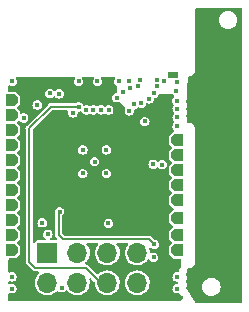
<source format=gbr>
%TF.GenerationSoftware,KiCad,Pcbnew,(6.0.7)*%
%TF.CreationDate,2023-02-02T23:10:42+01:00*%
%TF.ProjectId,ESP31-01_V4,45535033-312d-4303-915f-56342e6b6963,rev?*%
%TF.SameCoordinates,Original*%
%TF.FileFunction,Copper,L3,Inr*%
%TF.FilePolarity,Positive*%
%FSLAX46Y46*%
G04 Gerber Fmt 4.6, Leading zero omitted, Abs format (unit mm)*
G04 Created by KiCad (PCBNEW (6.0.7)) date 2023-02-02 23:10:42*
%MOMM*%
%LPD*%
G01*
G04 APERTURE LIST*
G04 Aperture macros list*
%AMOutline5P*
0 Free polygon, 5 corners , with rotation*
0 The origin of the aperture is its center*
0 number of corners: always 5*
0 $1 to $10 corner X, Y*
0 $11 Rotation angle, in degrees counterclockwise*
0 create outline with 5 corners*
4,1,5,$1,$2,$3,$4,$5,$6,$7,$8,$9,$10,$1,$2,$11*%
%AMOutline6P*
0 Free polygon, 6 corners , with rotation*
0 The origin of the aperture is its center*
0 number of corners: always 6*
0 $1 to $12 corner X, Y*
0 $13 Rotation angle, in degrees counterclockwise*
0 create outline with 6 corners*
4,1,6,$1,$2,$3,$4,$5,$6,$7,$8,$9,$10,$11,$12,$1,$2,$13*%
%AMOutline7P*
0 Free polygon, 7 corners , with rotation*
0 The origin of the aperture is its center*
0 number of corners: always 7*
0 $1 to $14 corner X, Y*
0 $15 Rotation angle, in degrees counterclockwise*
0 create outline with 7 corners*
4,1,7,$1,$2,$3,$4,$5,$6,$7,$8,$9,$10,$11,$12,$13,$14,$1,$2,$15*%
%AMOutline8P*
0 Free polygon, 8 corners , with rotation*
0 The origin of the aperture is its center*
0 number of corners: always 8*
0 $1 to $16 corner X, Y*
0 $17 Rotation angle, in degrees counterclockwise*
0 create outline with 8 corners*
4,1,8,$1,$2,$3,$4,$5,$6,$7,$8,$9,$10,$11,$12,$13,$14,$15,$16,$1,$2,$17*%
G04 Aperture macros list end*
%TA.AperFunction,ComponentPad*%
%ADD10Outline6P,-0.500000X0.500000X0.250000X0.500000X0.500000X0.250000X0.500000X-0.250000X0.250000X-0.500000X-0.500000X-0.500000X180.000000*%
%TD*%
%TA.AperFunction,ComponentPad*%
%ADD11Outline6P,-0.500000X0.500000X0.250000X0.500000X0.500000X0.250000X0.500000X-0.250000X0.250000X-0.500000X-0.500000X-0.500000X0.000000*%
%TD*%
%TA.AperFunction,ComponentPad*%
%ADD12R,0.900000X0.500000*%
%TD*%
%TA.AperFunction,ComponentPad*%
%ADD13R,1.700000X1.700000*%
%TD*%
%TA.AperFunction,ComponentPad*%
%ADD14O,1.700000X1.700000*%
%TD*%
%TA.AperFunction,ViaPad*%
%ADD15C,0.400000*%
%TD*%
%TA.AperFunction,Conductor*%
%ADD16C,0.200000*%
%TD*%
G04 APERTURE END LIST*
D10*
%TO.N,/IO5*%
%TO.C,J5*%
X118500000Y-107780000D03*
%TD*%
%TO.N,/IO21*%
%TO.C,J10*%
X118500000Y-101180000D03*
%TD*%
%TO.N,/IO10*%
%TO.C,J7*%
X118500000Y-109230000D03*
%TD*%
D11*
%TO.N,/IO34*%
%TO.C,J18*%
X104500000Y-102870000D03*
%TD*%
D10*
%TO.N,/IO19*%
%TO.C,J9*%
X118500000Y-103720000D03*
%TD*%
%TO.N,/IO9*%
%TO.C,J6*%
X118500000Y-110500000D03*
%TD*%
%TO.N,/IO23*%
%TO.C,J12*%
X118500000Y-104990000D03*
%TD*%
D11*
%TO.N,/IO35*%
%TO.C,J19*%
X104500000Y-100330000D03*
%TD*%
%TO.N,/IO25*%
%TO.C,J13*%
X104500000Y-107950000D03*
%TD*%
%TO.N,/IO27*%
%TO.C,J15*%
X104500000Y-110490000D03*
%TD*%
%TO.N,/IO33*%
%TO.C,J17*%
X104500000Y-106680000D03*
%TD*%
%TO.N,/IO26*%
%TO.C,J14*%
X104500000Y-109220000D03*
%TD*%
D10*
%TO.N,/IO18*%
%TO.C,J8*%
X118500000Y-106260000D03*
%TD*%
D12*
%TO.N,GND*%
%TO.C,AE1*%
X118150000Y-95625000D03*
%TD*%
D11*
%TO.N,/CAPN*%
%TO.C,J3*%
X104500000Y-105410000D03*
%TD*%
%TO.N,/SENS_VN*%
%TO.C,J4*%
X104500000Y-104140000D03*
%TD*%
D10*
%TO.N,/IO22*%
%TO.C,J11*%
X118500000Y-102450000D03*
%TD*%
D11*
%TO.N,/SENS_VP*%
%TO.C,J1*%
X104500000Y-97790000D03*
%TD*%
%TO.N,/IO32*%
%TO.C,J16*%
X104500000Y-101600000D03*
%TD*%
%TO.N,/CAPP*%
%TO.C,J2*%
X104500000Y-99060000D03*
%TD*%
D13*
%TO.N,GND*%
%TO.C,J20*%
X107500000Y-110725000D03*
D14*
%TO.N,/IO1*%
X107500000Y-113265000D03*
%TO.N,/IO2*%
X110040000Y-110725000D03*
%TO.N,/IO4*%
X110040000Y-113265000D03*
%TO.N,/IO0*%
X112580000Y-110725000D03*
%TO.N,/EN*%
X112580000Y-113265000D03*
%TO.N,/IO3*%
X115120000Y-110725000D03*
%TO.N,VIN*%
X115120000Y-113265000D03*
%TD*%
D15*
%TO.N,GND*%
X112681885Y-108225484D03*
%TO.N,Net-(D1-Pad3)*%
X115750000Y-99600000D03*
%TO.N,Net-(C1-Pad2)*%
X108541403Y-107225792D03*
X116550000Y-110000000D03*
%TO.N,+3V3*%
X113400000Y-108900000D03*
%TO.N,GND*%
X117350000Y-96150000D03*
X116130000Y-97680000D03*
X105500000Y-99300000D03*
X113900000Y-97100000D03*
X104550000Y-96200000D03*
X113550000Y-96200000D03*
X114850000Y-98150000D03*
X118500000Y-98500000D03*
X116530000Y-97200000D03*
X116750000Y-96050000D03*
X111500000Y-103000000D03*
X106650000Y-98200000D03*
X108508800Y-97256600D03*
X116500000Y-111100000D03*
X104500000Y-113750000D03*
X110500000Y-102000000D03*
X108740000Y-113670000D03*
X118450000Y-97825000D03*
X118500000Y-100000000D03*
X115350000Y-96050000D03*
X116750000Y-96600000D03*
X115150000Y-96600000D03*
X112500000Y-102000000D03*
X112500000Y-104000000D03*
X118450000Y-96250000D03*
X111750000Y-96200000D03*
X118500000Y-99250000D03*
X114503200Y-96800000D03*
X114400000Y-96200000D03*
X113374500Y-97587566D03*
X110150000Y-96200000D03*
X118500000Y-112750000D03*
X104500000Y-112750000D03*
X118425000Y-97000000D03*
X110500000Y-104000000D03*
X118500000Y-113750000D03*
X115450000Y-98050000D03*
X114450000Y-98700000D03*
%TO.N,/EN*%
X107725000Y-97227600D03*
X110162095Y-98373291D03*
%TO.N,+3V3*%
X110124000Y-97775000D03*
X114750000Y-99500000D03*
X116396800Y-101896800D03*
X115750000Y-101250000D03*
X107100000Y-104400000D03*
X117495701Y-105195701D03*
%TO.N,/IO1*%
X116464297Y-103214297D03*
%TO.N,/IO2*%
X107069740Y-108169740D03*
%TO.N,/IO4*%
X107542579Y-109142578D03*
%TO.N,/IO3*%
X117211935Y-103241894D03*
%TO.N,/SENS_VN*%
X110808929Y-98625870D03*
%TO.N,/SENS_VP*%
X112700500Y-98625000D03*
%TO.N,/CAPP*%
X112057502Y-98617052D03*
%TO.N,/CAPN*%
X111408098Y-98605879D03*
%TO.N,/IO34*%
X109668798Y-98858724D03*
%TD*%
D16*
%TO.N,Net-(C1-Pad2)*%
X108450000Y-107317195D02*
X108541403Y-107225792D01*
X108450000Y-109200000D02*
X108450000Y-108900000D01*
X108800000Y-109550000D02*
X108450000Y-109200000D01*
X108450000Y-108900000D02*
X108450000Y-107317195D01*
X108825000Y-109575000D02*
X108800000Y-109550000D01*
X116125000Y-109575000D02*
X108825000Y-109575000D01*
X116550000Y-110000000D02*
X116125000Y-109575000D01*
%TO.N,/EN*%
X110750000Y-112000000D02*
X106495880Y-112000000D01*
X105960000Y-100190000D02*
X105960000Y-111440000D01*
X112015000Y-113265000D02*
X110750000Y-112000000D01*
X112540000Y-113265000D02*
X112015000Y-113265000D01*
X110148017Y-98359213D02*
X107790787Y-98359213D01*
X107790787Y-98359213D02*
X105960000Y-100190000D01*
X106495880Y-112000000D02*
X105960000Y-111464120D01*
X110162095Y-98373291D02*
X110148017Y-98359213D01*
X105960000Y-111464120D02*
X105960000Y-111440000D01*
%TD*%
%TA.AperFunction,NonConductor*%
G36*
X123958191Y-90019907D02*
G01*
X123994155Y-90069407D01*
X123999000Y-90100000D01*
X123999000Y-114900000D01*
X123980093Y-114958191D01*
X123930593Y-114994155D01*
X123900000Y-114999000D01*
X120095303Y-114999000D01*
X120037112Y-114980093D01*
X120001148Y-114930593D01*
X119997150Y-114912921D01*
X119988952Y-114850649D01*
X119988105Y-114844213D01*
X119937623Y-114722339D01*
X119933677Y-114717197D01*
X119933675Y-114717193D01*
X119861266Y-114622829D01*
X119861265Y-114622828D01*
X119857317Y-114617683D01*
X119804989Y-114577530D01*
X119757810Y-114541327D01*
X119757809Y-114541326D01*
X119752662Y-114537377D01*
X119750002Y-114536275D01*
X119714821Y-114500937D01*
X119643492Y-114376110D01*
X119543771Y-114201599D01*
X119271335Y-113724835D01*
X119258880Y-113664930D01*
X119284593Y-113608516D01*
X119291447Y-113601102D01*
X119291449Y-113601099D01*
X119297001Y-113595093D01*
X119297243Y-113594545D01*
X120618606Y-113594545D01*
X120636816Y-113767797D01*
X120638601Y-113773039D01*
X120685780Y-113911629D01*
X120692956Y-113932709D01*
X120695854Y-113937419D01*
X120695856Y-113937424D01*
X120781341Y-114076377D01*
X120784238Y-114081086D01*
X120906124Y-114205552D01*
X121052556Y-114299921D01*
X121216257Y-114359503D01*
X121350801Y-114376500D01*
X121443800Y-114376500D01*
X121467300Y-114373864D01*
X121567624Y-114362611D01*
X121567627Y-114362610D01*
X121573121Y-114361994D01*
X121737637Y-114304704D01*
X121885373Y-114212388D01*
X122008985Y-114089636D01*
X122083563Y-113972120D01*
X122099366Y-113947219D01*
X122099368Y-113947214D01*
X122102329Y-113942549D01*
X122160767Y-113778436D01*
X122162692Y-113762293D01*
X122180739Y-113610951D01*
X122180739Y-113610948D01*
X122181394Y-113605455D01*
X122163184Y-113432203D01*
X122107044Y-113267291D01*
X122104146Y-113262581D01*
X122104144Y-113262576D01*
X122018659Y-113123623D01*
X122015762Y-113118914D01*
X121893876Y-112994448D01*
X121747444Y-112900079D01*
X121583743Y-112840497D01*
X121449199Y-112823500D01*
X121356200Y-112823500D01*
X121332700Y-112826136D01*
X121232376Y-112837389D01*
X121232373Y-112837390D01*
X121226879Y-112838006D01*
X121062363Y-112895296D01*
X120914627Y-112987612D01*
X120791015Y-113110364D01*
X120788053Y-113115032D01*
X120700634Y-113252781D01*
X120700632Y-113252786D01*
X120697671Y-113257451D01*
X120639233Y-113421564D01*
X120638579Y-113427051D01*
X120638578Y-113427054D01*
X120631267Y-113488371D01*
X120618606Y-113594545D01*
X119297243Y-113594545D01*
X119344182Y-113488371D01*
X119349422Y-113427880D01*
X119353545Y-113380273D01*
X119353545Y-113380272D01*
X119354251Y-113372120D01*
X119326120Y-113258875D01*
X119321683Y-113252003D01*
X119267265Y-113167724D01*
X119267264Y-113167723D01*
X119262825Y-113160848D01*
X119262316Y-113160447D01*
X119238784Y-113108335D01*
X119251189Y-113048420D01*
X119264488Y-113030265D01*
X119291447Y-113001101D01*
X119297001Y-112995093D01*
X119344182Y-112888371D01*
X119348545Y-112838006D01*
X119353545Y-112780273D01*
X119353545Y-112780272D01*
X119354251Y-112772120D01*
X119326120Y-112658875D01*
X119321683Y-112652003D01*
X119267265Y-112567724D01*
X119267264Y-112567723D01*
X119262825Y-112560848D01*
X119262316Y-112560447D01*
X119238784Y-112508335D01*
X119251189Y-112448420D01*
X119264488Y-112430265D01*
X119291447Y-112401101D01*
X119297001Y-112395093D01*
X119344182Y-112288371D01*
X119349422Y-112227880D01*
X119353545Y-112180273D01*
X119353545Y-112180272D01*
X119354251Y-112172120D01*
X119352278Y-112164176D01*
X119341510Y-112120827D01*
X119345831Y-112059795D01*
X119385201Y-112012958D01*
X119450512Y-111998808D01*
X119493566Y-112004476D01*
X119500000Y-112005323D01*
X119506434Y-112004476D01*
X119624356Y-111988952D01*
X119624359Y-111988951D01*
X119630787Y-111988105D01*
X119752662Y-111937623D01*
X119759799Y-111932147D01*
X119852164Y-111861271D01*
X119857317Y-111857317D01*
X119937623Y-111752662D01*
X119988105Y-111630787D01*
X120005323Y-111500000D01*
X120001536Y-111500000D01*
X120001000Y-111494167D01*
X120001000Y-100224911D01*
X120001415Y-100215853D01*
X120002871Y-100200000D01*
X120005323Y-100200000D01*
X119988105Y-100069213D01*
X119937623Y-99947339D01*
X119933677Y-99942197D01*
X119933675Y-99942193D01*
X119861266Y-99847829D01*
X119861265Y-99847828D01*
X119857317Y-99842683D01*
X119804989Y-99802530D01*
X119757810Y-99766327D01*
X119757809Y-99766326D01*
X119752662Y-99762377D01*
X119630787Y-99711895D01*
X119624359Y-99711049D01*
X119624356Y-99711048D01*
X119506434Y-99695524D01*
X119500000Y-99694677D01*
X119412436Y-99706205D01*
X119352276Y-99695055D01*
X119310159Y-99650673D01*
X119302173Y-99590011D01*
X119308969Y-99568022D01*
X119340874Y-99495854D01*
X119340874Y-99495853D01*
X119344182Y-99488371D01*
X119349422Y-99427880D01*
X119353545Y-99380273D01*
X119353545Y-99380272D01*
X119354251Y-99372120D01*
X119326120Y-99258875D01*
X119321683Y-99252003D01*
X119267265Y-99167724D01*
X119267264Y-99167723D01*
X119262825Y-99160848D01*
X119262316Y-99160447D01*
X119238784Y-99108335D01*
X119251189Y-99048420D01*
X119264488Y-99030265D01*
X119291447Y-99001101D01*
X119297001Y-98995093D01*
X119344182Y-98888371D01*
X119349422Y-98827880D01*
X119353545Y-98780273D01*
X119353545Y-98780272D01*
X119354251Y-98772120D01*
X119326120Y-98658875D01*
X119321683Y-98652003D01*
X119267265Y-98567724D01*
X119267264Y-98567723D01*
X119262825Y-98560848D01*
X119262316Y-98560447D01*
X119238784Y-98508335D01*
X119251189Y-98448420D01*
X119264488Y-98430265D01*
X119291447Y-98401101D01*
X119297001Y-98395093D01*
X119344182Y-98288371D01*
X119349422Y-98227880D01*
X119353545Y-98180273D01*
X119353545Y-98180272D01*
X119354251Y-98172120D01*
X119326120Y-98058875D01*
X119263167Y-97961377D01*
X119247782Y-97898290D01*
X119249917Y-97875872D01*
X119275774Y-97818056D01*
X119291446Y-97801102D01*
X119297001Y-97795093D01*
X119344182Y-97688371D01*
X119349422Y-97627880D01*
X119353545Y-97580273D01*
X119353545Y-97580272D01*
X119354251Y-97572120D01*
X119326120Y-97458875D01*
X119312964Y-97438500D01*
X119297580Y-97375413D01*
X119318107Y-97159881D01*
X119326115Y-97129237D01*
X119344182Y-97088371D01*
X119344888Y-97080221D01*
X119353545Y-96980273D01*
X119353545Y-96980272D01*
X119354251Y-96972120D01*
X119352278Y-96964176D01*
X119345128Y-96935392D01*
X119342654Y-96902140D01*
X119443789Y-95840217D01*
X119468128Y-95784081D01*
X119520815Y-95752972D01*
X119529421Y-95751450D01*
X119624356Y-95738952D01*
X119624359Y-95738951D01*
X119630787Y-95738105D01*
X119752662Y-95687623D01*
X119759799Y-95682147D01*
X119852164Y-95611271D01*
X119857317Y-95607317D01*
X119937623Y-95502662D01*
X119988105Y-95380787D01*
X120005323Y-95250000D01*
X120001536Y-95250000D01*
X120001000Y-95244167D01*
X120001000Y-90994545D01*
X122018606Y-90994545D01*
X122036816Y-91167797D01*
X122092956Y-91332709D01*
X122095854Y-91337419D01*
X122095856Y-91337424D01*
X122181341Y-91476377D01*
X122184238Y-91481086D01*
X122306124Y-91605552D01*
X122452556Y-91699921D01*
X122616257Y-91759503D01*
X122750801Y-91776500D01*
X122843800Y-91776500D01*
X122867300Y-91773864D01*
X122967624Y-91762611D01*
X122967627Y-91762610D01*
X122973121Y-91761994D01*
X123137637Y-91704704D01*
X123285373Y-91612388D01*
X123408985Y-91489636D01*
X123444546Y-91433600D01*
X123499366Y-91347219D01*
X123499368Y-91347214D01*
X123502329Y-91342549D01*
X123560767Y-91178436D01*
X123581394Y-91005455D01*
X123563184Y-90832203D01*
X123507044Y-90667291D01*
X123504146Y-90662581D01*
X123504144Y-90662576D01*
X123418659Y-90523623D01*
X123415762Y-90518914D01*
X123293876Y-90394448D01*
X123147444Y-90300079D01*
X122983743Y-90240497D01*
X122849199Y-90223500D01*
X122756200Y-90223500D01*
X122732700Y-90226136D01*
X122632376Y-90237389D01*
X122632373Y-90237390D01*
X122626879Y-90238006D01*
X122462363Y-90295296D01*
X122314627Y-90387612D01*
X122191015Y-90510364D01*
X122188053Y-90515032D01*
X122100634Y-90652781D01*
X122100632Y-90652786D01*
X122097671Y-90657451D01*
X122039233Y-90821564D01*
X122018606Y-90994545D01*
X120001000Y-90994545D01*
X120001000Y-90100000D01*
X120019907Y-90041809D01*
X120069407Y-90005845D01*
X120100000Y-90001000D01*
X123900000Y-90001000D01*
X123958191Y-90019907D01*
G37*
%TD.AperFunction*%
%TA.AperFunction,Conductor*%
%TO.N,+3V3*%
G36*
X109804800Y-95818907D02*
G01*
X109840764Y-95868407D01*
X109840764Y-95929593D01*
X109826997Y-95956611D01*
X109821950Y-95961658D01*
X109818415Y-95968595D01*
X109818414Y-95968597D01*
X109777192Y-96049500D01*
X109764354Y-96074696D01*
X109763135Y-96082390D01*
X109763135Y-96082391D01*
X109760697Y-96097785D01*
X109744508Y-96200000D01*
X109764354Y-96325304D01*
X109821950Y-96438342D01*
X109911658Y-96528050D01*
X109918595Y-96531585D01*
X109918597Y-96531586D01*
X110009788Y-96578050D01*
X110024696Y-96585646D01*
X110032390Y-96586865D01*
X110032391Y-96586865D01*
X110142303Y-96604273D01*
X110150000Y-96605492D01*
X110157697Y-96604273D01*
X110267609Y-96586865D01*
X110267610Y-96586865D01*
X110275304Y-96585646D01*
X110290212Y-96578050D01*
X110381403Y-96531586D01*
X110381405Y-96531585D01*
X110388342Y-96528050D01*
X110478050Y-96438342D01*
X110535646Y-96325304D01*
X110555492Y-96200000D01*
X110539303Y-96097785D01*
X110536865Y-96082391D01*
X110536865Y-96082390D01*
X110535646Y-96074696D01*
X110522808Y-96049500D01*
X110481586Y-95968597D01*
X110481585Y-95968595D01*
X110478050Y-95961658D01*
X110473161Y-95956769D01*
X110454391Y-95898999D01*
X110473299Y-95840809D01*
X110522799Y-95804845D01*
X110553391Y-95800000D01*
X111346609Y-95800000D01*
X111404800Y-95818907D01*
X111440764Y-95868407D01*
X111440764Y-95929593D01*
X111426997Y-95956611D01*
X111421950Y-95961658D01*
X111418415Y-95968595D01*
X111418414Y-95968597D01*
X111377192Y-96049500D01*
X111364354Y-96074696D01*
X111363135Y-96082390D01*
X111363135Y-96082391D01*
X111360697Y-96097785D01*
X111344508Y-96200000D01*
X111364354Y-96325304D01*
X111421950Y-96438342D01*
X111511658Y-96528050D01*
X111518595Y-96531585D01*
X111518597Y-96531586D01*
X111609788Y-96578050D01*
X111624696Y-96585646D01*
X111632390Y-96586865D01*
X111632391Y-96586865D01*
X111742303Y-96604273D01*
X111750000Y-96605492D01*
X111757697Y-96604273D01*
X111867609Y-96586865D01*
X111867610Y-96586865D01*
X111875304Y-96585646D01*
X111890212Y-96578050D01*
X111981403Y-96531586D01*
X111981405Y-96531585D01*
X111988342Y-96528050D01*
X112078050Y-96438342D01*
X112135646Y-96325304D01*
X112155492Y-96200000D01*
X112139303Y-96097785D01*
X112136865Y-96082391D01*
X112136865Y-96082390D01*
X112135646Y-96074696D01*
X112122808Y-96049500D01*
X112081586Y-95968597D01*
X112081585Y-95968595D01*
X112078050Y-95961658D01*
X112073161Y-95956769D01*
X112054391Y-95898999D01*
X112073299Y-95840809D01*
X112122799Y-95804845D01*
X112153391Y-95800000D01*
X113146609Y-95800000D01*
X113204800Y-95818907D01*
X113240764Y-95868407D01*
X113240764Y-95929593D01*
X113226997Y-95956611D01*
X113221950Y-95961658D01*
X113218415Y-95968595D01*
X113218414Y-95968597D01*
X113177192Y-96049500D01*
X113164354Y-96074696D01*
X113163135Y-96082390D01*
X113163135Y-96082391D01*
X113160697Y-96097785D01*
X113144508Y-96200000D01*
X113164354Y-96325304D01*
X113221950Y-96438342D01*
X113311658Y-96528050D01*
X113318595Y-96531585D01*
X113318597Y-96531586D01*
X113344445Y-96544756D01*
X113385946Y-96565902D01*
X113429210Y-96609166D01*
X113440000Y-96654111D01*
X113440000Y-97087146D01*
X113421093Y-97145337D01*
X113371593Y-97181301D01*
X113356487Y-97184927D01*
X113256891Y-97200701D01*
X113256890Y-97200701D01*
X113249196Y-97201920D01*
X113242257Y-97205456D01*
X113242256Y-97205456D01*
X113143097Y-97255980D01*
X113143095Y-97255981D01*
X113136158Y-97259516D01*
X113046450Y-97349224D01*
X113042915Y-97356161D01*
X113042914Y-97356163D01*
X113002169Y-97436129D01*
X112988854Y-97462262D01*
X112969008Y-97587566D01*
X112970227Y-97595263D01*
X112983692Y-97680275D01*
X112988854Y-97712870D01*
X112992390Y-97719809D01*
X112992390Y-97719810D01*
X113042365Y-97817890D01*
X113046450Y-97825908D01*
X113136158Y-97915616D01*
X113143095Y-97919151D01*
X113143097Y-97919152D01*
X113240965Y-97969018D01*
X113249196Y-97973212D01*
X113256890Y-97974431D01*
X113256891Y-97974431D01*
X113366803Y-97991839D01*
X113374500Y-97993058D01*
X113382197Y-97991839D01*
X113492109Y-97974431D01*
X113492110Y-97974431D01*
X113499804Y-97973212D01*
X113508862Y-97968597D01*
X113525585Y-97960076D01*
X113586017Y-97950505D01*
X113640137Y-97977888D01*
X114072995Y-98405883D01*
X114101080Y-98460242D01*
X114091598Y-98521226D01*
X114067890Y-98567755D01*
X114067889Y-98567758D01*
X114064354Y-98574696D01*
X114063135Y-98582390D01*
X114063135Y-98582391D01*
X114046681Y-98686280D01*
X114044508Y-98700000D01*
X114045727Y-98707697D01*
X114061138Y-98804996D01*
X114064354Y-98825304D01*
X114067890Y-98832243D01*
X114067890Y-98832244D01*
X114117581Y-98929767D01*
X114121950Y-98938342D01*
X114211658Y-99028050D01*
X114218595Y-99031585D01*
X114218597Y-99031586D01*
X114315142Y-99080778D01*
X114324696Y-99085646D01*
X114332390Y-99086865D01*
X114332391Y-99086865D01*
X114442303Y-99104273D01*
X114450000Y-99105492D01*
X114457697Y-99104273D01*
X114567609Y-99086865D01*
X114567610Y-99086865D01*
X114575304Y-99085646D01*
X114584858Y-99080778D01*
X114681403Y-99031586D01*
X114681405Y-99031585D01*
X114688342Y-99028050D01*
X114778050Y-98938342D01*
X114782420Y-98929767D01*
X114832110Y-98832244D01*
X114832110Y-98832243D01*
X114835646Y-98825304D01*
X114838863Y-98804996D01*
X114854273Y-98707697D01*
X114855492Y-98700000D01*
X114852682Y-98682255D01*
X114848517Y-98655961D01*
X114858088Y-98595529D01*
X114901353Y-98552264D01*
X114930811Y-98542693D01*
X114967609Y-98536865D01*
X114967610Y-98536865D01*
X114975304Y-98535646D01*
X115030157Y-98507697D01*
X115081403Y-98481586D01*
X115081405Y-98481585D01*
X115088342Y-98478050D01*
X115145351Y-98421041D01*
X115199868Y-98393264D01*
X115260300Y-98402835D01*
X115317755Y-98432110D01*
X115317758Y-98432111D01*
X115324696Y-98435646D01*
X115332390Y-98436865D01*
X115332391Y-98436865D01*
X115442303Y-98454273D01*
X115450000Y-98455492D01*
X115457697Y-98454273D01*
X115567609Y-98436865D01*
X115567610Y-98436865D01*
X115575304Y-98435646D01*
X115582244Y-98432110D01*
X115681403Y-98381586D01*
X115681405Y-98381585D01*
X115688342Y-98378050D01*
X115778050Y-98288342D01*
X115785209Y-98274293D01*
X115832110Y-98182244D01*
X115832110Y-98182243D01*
X115835646Y-98175304D01*
X115836865Y-98167609D01*
X115843025Y-98128716D01*
X115870803Y-98074199D01*
X115925319Y-98046422D01*
X115985751Y-98055993D01*
X116004696Y-98065646D01*
X116012390Y-98066865D01*
X116012391Y-98066865D01*
X116122303Y-98084273D01*
X116130000Y-98085492D01*
X116137697Y-98084273D01*
X116247609Y-98066865D01*
X116247610Y-98066865D01*
X116255304Y-98065646D01*
X116272689Y-98056788D01*
X116361403Y-98011586D01*
X116361405Y-98011585D01*
X116368342Y-98008050D01*
X116458050Y-97918342D01*
X116462245Y-97910110D01*
X116512110Y-97812244D01*
X116512110Y-97812243D01*
X116515646Y-97805304D01*
X116532373Y-97699696D01*
X116535492Y-97680000D01*
X116537228Y-97680275D01*
X116553180Y-97631178D01*
X116602680Y-97595214D01*
X116617787Y-97591588D01*
X116647609Y-97586865D01*
X116647610Y-97586865D01*
X116655304Y-97585646D01*
X116681850Y-97572120D01*
X116761403Y-97531586D01*
X116761405Y-97531585D01*
X116768342Y-97528050D01*
X116858050Y-97438342D01*
X116867647Y-97419508D01*
X116912110Y-97332244D01*
X116912110Y-97332243D01*
X116915646Y-97325304D01*
X116917514Y-97313508D01*
X116945294Y-97258994D01*
X116999812Y-97231218D01*
X117015295Y-97230000D01*
X118047600Y-97230000D01*
X118105791Y-97248907D01*
X118117602Y-97258994D01*
X118186658Y-97328050D01*
X118195266Y-97332436D01*
X118196590Y-97333760D01*
X118199903Y-97336167D01*
X118199522Y-97336692D01*
X118238531Y-97375698D01*
X118248106Y-97436129D01*
X118220331Y-97490647D01*
X118214864Y-97495317D01*
X118211658Y-97496950D01*
X118121950Y-97586658D01*
X118118415Y-97593595D01*
X118118414Y-97593597D01*
X118070124Y-97688371D01*
X118064354Y-97699696D01*
X118063135Y-97707390D01*
X118063135Y-97707391D01*
X118046528Y-97812244D01*
X118044508Y-97825000D01*
X118064354Y-97950304D01*
X118067890Y-97957243D01*
X118067890Y-97957244D01*
X118117699Y-98054998D01*
X118121950Y-98063342D01*
X118176104Y-98117496D01*
X118203881Y-98172013D01*
X118194310Y-98232445D01*
X118181797Y-98249668D01*
X118182039Y-98249844D01*
X118177456Y-98256152D01*
X118171950Y-98261658D01*
X118168415Y-98268595D01*
X118168414Y-98268597D01*
X118127413Y-98349067D01*
X118114354Y-98374696D01*
X118113135Y-98382390D01*
X118113135Y-98382391D01*
X118097552Y-98480778D01*
X118094508Y-98500000D01*
X118095727Y-98507697D01*
X118106339Y-98574696D01*
X118114354Y-98625304D01*
X118117890Y-98632243D01*
X118117890Y-98632244D01*
X118166742Y-98728120D01*
X118171950Y-98738342D01*
X118238604Y-98804996D01*
X118266381Y-98859513D01*
X118256810Y-98919945D01*
X118238604Y-98945004D01*
X118171950Y-99011658D01*
X118168415Y-99018595D01*
X118168414Y-99018597D01*
X118142938Y-99068597D01*
X118114354Y-99124696D01*
X118094508Y-99250000D01*
X118095727Y-99257697D01*
X118112193Y-99361658D01*
X118114354Y-99375304D01*
X118117890Y-99382243D01*
X118117890Y-99382244D01*
X118143367Y-99432244D01*
X118171950Y-99488342D01*
X118238604Y-99554996D01*
X118266381Y-99609513D01*
X118256810Y-99669945D01*
X118238604Y-99695004D01*
X118171950Y-99761658D01*
X118168415Y-99768595D01*
X118168414Y-99768597D01*
X118117890Y-99867756D01*
X118114354Y-99874696D01*
X118113135Y-99882390D01*
X118113135Y-99882391D01*
X118097122Y-99983498D01*
X118094508Y-100000000D01*
X118095727Y-100007697D01*
X118098303Y-100023958D01*
X118114354Y-100125304D01*
X118117890Y-100132243D01*
X118117890Y-100132244D01*
X118152780Y-100200718D01*
X118171950Y-100238342D01*
X118251823Y-100318215D01*
X118279600Y-100372732D01*
X118270029Y-100433164D01*
X118226764Y-100476429D01*
X118201277Y-100485288D01*
X118195064Y-100486534D01*
X118171439Y-100491269D01*
X118122255Y-100524195D01*
X117844196Y-100802254D01*
X117810997Y-100852099D01*
X117799500Y-100910162D01*
X117799499Y-101449841D01*
X117800462Y-101454644D01*
X117800462Y-101454647D01*
X117809355Y-101499015D01*
X117809356Y-101499018D01*
X117811269Y-101508561D01*
X117844195Y-101557745D01*
X118031446Y-101744996D01*
X118059223Y-101799513D01*
X118049652Y-101859945D01*
X118031446Y-101885004D01*
X117844196Y-102072254D01*
X117810997Y-102122099D01*
X117799500Y-102180162D01*
X117799499Y-102719841D01*
X117800462Y-102724644D01*
X117800462Y-102724647D01*
X117809355Y-102769015D01*
X117809356Y-102769018D01*
X117811269Y-102778561D01*
X117844195Y-102827745D01*
X118031446Y-103014996D01*
X118059223Y-103069513D01*
X118049652Y-103129945D01*
X118031446Y-103155004D01*
X117844196Y-103342254D01*
X117841482Y-103346329D01*
X117841481Y-103346330D01*
X117821313Y-103376611D01*
X117810997Y-103392099D01*
X117799500Y-103450162D01*
X117799499Y-103989841D01*
X117800462Y-103994644D01*
X117800462Y-103994647D01*
X117809355Y-104039015D01*
X117809356Y-104039018D01*
X117811269Y-104048561D01*
X117844195Y-104097745D01*
X118031446Y-104284996D01*
X118059223Y-104339513D01*
X118049652Y-104399945D01*
X118031446Y-104425004D01*
X117844196Y-104612254D01*
X117810997Y-104662099D01*
X117799500Y-104720162D01*
X117799499Y-105259841D01*
X117800462Y-105264644D01*
X117800462Y-105264647D01*
X117809355Y-105309015D01*
X117809356Y-105309018D01*
X117811269Y-105318561D01*
X117844195Y-105367745D01*
X118031446Y-105554996D01*
X118059223Y-105609513D01*
X118049652Y-105669945D01*
X118031446Y-105695004D01*
X117844196Y-105882254D01*
X117810997Y-105932099D01*
X117799500Y-105990162D01*
X117799499Y-106529841D01*
X117800462Y-106534644D01*
X117800462Y-106534647D01*
X117809355Y-106579015D01*
X117809356Y-106579018D01*
X117811269Y-106588561D01*
X117844195Y-106637745D01*
X118122254Y-106915804D01*
X118126327Y-106918517D01*
X118126337Y-106918525D01*
X118154900Y-106937549D01*
X118192850Y-106985543D01*
X118195342Y-107046677D01*
X118161425Y-107097601D01*
X118155114Y-107102198D01*
X118122255Y-107124195D01*
X117844196Y-107402254D01*
X117810997Y-107452099D01*
X117799500Y-107510162D01*
X117799499Y-108049841D01*
X117800462Y-108054644D01*
X117800462Y-108054647D01*
X117809355Y-108099015D01*
X117809356Y-108099018D01*
X117811269Y-108108561D01*
X117844195Y-108157745D01*
X118121446Y-108434996D01*
X118149223Y-108489513D01*
X118139652Y-108549945D01*
X118121446Y-108575004D01*
X117844196Y-108852254D01*
X117810997Y-108902099D01*
X117799500Y-108960162D01*
X117799499Y-109499841D01*
X117800462Y-109504644D01*
X117800462Y-109504647D01*
X117809355Y-109549015D01*
X117809356Y-109549018D01*
X117811269Y-109558561D01*
X117844195Y-109607745D01*
X118031446Y-109794996D01*
X118059223Y-109849513D01*
X118049652Y-109909945D01*
X118031446Y-109935004D01*
X117844196Y-110122254D01*
X117810997Y-110172099D01*
X117799500Y-110230162D01*
X117799499Y-110769841D01*
X117800462Y-110774644D01*
X117800462Y-110774647D01*
X117809355Y-110819015D01*
X117809356Y-110819018D01*
X117811269Y-110828561D01*
X117844195Y-110877745D01*
X118122254Y-111155804D01*
X118126329Y-111158518D01*
X118126330Y-111158519D01*
X118156677Y-111178731D01*
X118172099Y-111189003D01*
X118230162Y-111200500D01*
X118700500Y-111200500D01*
X118758691Y-111219407D01*
X118794655Y-111268907D01*
X118799500Y-111299500D01*
X118799500Y-111465983D01*
X118796982Y-111488169D01*
X118794344Y-111499641D01*
X118795705Y-111505658D01*
X118796795Y-111515332D01*
X118796795Y-111515333D01*
X118805410Y-111591791D01*
X118812742Y-111656862D01*
X118832861Y-111714359D01*
X118857221Y-111783977D01*
X118858593Y-111845147D01*
X118823749Y-111895441D01*
X118810791Y-111903798D01*
X118782206Y-111919222D01*
X118702999Y-112004907D01*
X118655818Y-112111629D01*
X118655112Y-112119777D01*
X118655112Y-112119778D01*
X118647346Y-112209443D01*
X118645749Y-112227880D01*
X118647722Y-112235822D01*
X118648364Y-112243979D01*
X118644715Y-112244266D01*
X118641543Y-112289290D01*
X118602190Y-112336141D01*
X118542814Y-112350912D01*
X118534284Y-112349938D01*
X118507697Y-112345727D01*
X118500000Y-112344508D01*
X118492303Y-112345727D01*
X118382391Y-112363135D01*
X118382390Y-112363135D01*
X118374696Y-112364354D01*
X118367757Y-112367890D01*
X118367756Y-112367890D01*
X118268597Y-112418414D01*
X118268595Y-112418415D01*
X118261658Y-112421950D01*
X118171950Y-112511658D01*
X118168415Y-112518595D01*
X118168414Y-112518597D01*
X118146886Y-112560848D01*
X118114354Y-112624696D01*
X118113135Y-112632390D01*
X118113135Y-112632391D01*
X118106055Y-112677095D01*
X118094508Y-112750000D01*
X118095727Y-112757697D01*
X118112366Y-112862749D01*
X118114354Y-112875304D01*
X118117890Y-112882243D01*
X118117890Y-112882244D01*
X118143614Y-112932729D01*
X118171950Y-112988342D01*
X118261658Y-113078050D01*
X118268595Y-113081585D01*
X118268597Y-113081586D01*
X118342462Y-113119222D01*
X118374696Y-113135646D01*
X118382390Y-113136865D01*
X118382391Y-113136865D01*
X118479335Y-113152219D01*
X118533851Y-113179996D01*
X118561629Y-113234513D01*
X118552058Y-113294945D01*
X118508793Y-113338210D01*
X118479335Y-113347781D01*
X118382391Y-113363135D01*
X118382390Y-113363135D01*
X118374696Y-113364354D01*
X118367757Y-113367890D01*
X118367756Y-113367890D01*
X118268597Y-113418414D01*
X118268595Y-113418415D01*
X118261658Y-113421950D01*
X118171950Y-113511658D01*
X118168415Y-113518595D01*
X118168414Y-113518597D01*
X118117890Y-113617756D01*
X118114354Y-113624696D01*
X118113135Y-113632390D01*
X118113135Y-113632391D01*
X118104050Y-113689755D01*
X118094508Y-113750000D01*
X118095727Y-113757697D01*
X118109417Y-113844130D01*
X118114354Y-113875304D01*
X118117890Y-113882243D01*
X118117890Y-113882244D01*
X118150544Y-113946330D01*
X118171950Y-113988342D01*
X118261658Y-114078050D01*
X118268595Y-114081585D01*
X118268597Y-114081586D01*
X118367130Y-114131791D01*
X118374696Y-114135646D01*
X118382390Y-114136865D01*
X118382391Y-114136865D01*
X118492303Y-114154273D01*
X118500000Y-114155492D01*
X118507697Y-114154273D01*
X118507698Y-114154273D01*
X118602483Y-114139261D01*
X118662915Y-114148833D01*
X118701138Y-114183340D01*
X118737175Y-114239152D01*
X118828811Y-114311392D01*
X118836529Y-114314102D01*
X118836530Y-114314103D01*
X118933803Y-114348263D01*
X118982442Y-114385384D01*
X119000000Y-114441671D01*
X119000000Y-114443336D01*
X118981093Y-114501527D01*
X118971004Y-114513340D01*
X118948862Y-114535482D01*
X118864878Y-114669141D01*
X118863042Y-114674389D01*
X118842464Y-114733197D01*
X118805398Y-114781878D01*
X118749019Y-114799500D01*
X104299500Y-114799500D01*
X104241309Y-114780593D01*
X104205345Y-114731093D01*
X104200500Y-114700500D01*
X104200500Y-114208442D01*
X104219407Y-114150251D01*
X104268907Y-114114287D01*
X104330093Y-114114287D01*
X104344446Y-114120233D01*
X104367753Y-114132109D01*
X104367757Y-114132110D01*
X104374696Y-114135646D01*
X104382390Y-114136865D01*
X104382391Y-114136865D01*
X104492303Y-114154273D01*
X104500000Y-114155492D01*
X104507697Y-114154273D01*
X104617609Y-114136865D01*
X104617610Y-114136865D01*
X104625304Y-114135646D01*
X104632870Y-114131791D01*
X104731403Y-114081586D01*
X104731405Y-114081585D01*
X104738342Y-114078050D01*
X104828050Y-113988342D01*
X104849457Y-113946330D01*
X104882110Y-113882244D01*
X104882110Y-113882243D01*
X104885646Y-113875304D01*
X104890584Y-113844130D01*
X104904273Y-113757697D01*
X104905492Y-113750000D01*
X104895950Y-113689755D01*
X104886865Y-113632391D01*
X104886865Y-113632390D01*
X104885646Y-113624696D01*
X104882110Y-113617756D01*
X104831586Y-113518597D01*
X104831585Y-113518595D01*
X104828050Y-113511658D01*
X104738342Y-113421950D01*
X104731405Y-113418415D01*
X104731403Y-113418414D01*
X104632244Y-113367890D01*
X104632243Y-113367890D01*
X104625304Y-113364354D01*
X104617610Y-113363135D01*
X104617609Y-113363135D01*
X104520665Y-113347781D01*
X104504572Y-113339581D01*
X104479335Y-113347781D01*
X104382391Y-113363135D01*
X104382390Y-113363135D01*
X104374696Y-113364354D01*
X104367757Y-113367890D01*
X104367753Y-113367891D01*
X104344446Y-113379767D01*
X104284014Y-113389339D01*
X104229497Y-113361562D01*
X104201719Y-113307046D01*
X104200500Y-113291558D01*
X104200500Y-113208442D01*
X104219407Y-113150251D01*
X104268907Y-113114287D01*
X104330093Y-113114287D01*
X104344446Y-113120233D01*
X104367753Y-113132109D01*
X104367757Y-113132110D01*
X104374696Y-113135646D01*
X104382390Y-113136865D01*
X104382391Y-113136865D01*
X104479335Y-113152219D01*
X104495428Y-113160419D01*
X104520665Y-113152219D01*
X104617609Y-113136865D01*
X104617610Y-113136865D01*
X104625304Y-113135646D01*
X104657538Y-113119222D01*
X104731403Y-113081586D01*
X104731405Y-113081585D01*
X104738342Y-113078050D01*
X104828050Y-112988342D01*
X104856387Y-112932729D01*
X104882110Y-112882244D01*
X104882110Y-112882243D01*
X104885646Y-112875304D01*
X104887635Y-112862749D01*
X104904273Y-112757697D01*
X104905492Y-112750000D01*
X104893945Y-112677095D01*
X104886865Y-112632391D01*
X104886865Y-112632390D01*
X104885646Y-112624696D01*
X104853114Y-112560848D01*
X104831586Y-112518597D01*
X104831585Y-112518595D01*
X104828050Y-112511658D01*
X104738342Y-112421950D01*
X104731405Y-112418415D01*
X104731403Y-112418414D01*
X104632244Y-112367890D01*
X104632243Y-112367890D01*
X104625304Y-112364354D01*
X104617610Y-112363135D01*
X104617609Y-112363135D01*
X104507697Y-112345727D01*
X104500000Y-112344508D01*
X104492303Y-112345727D01*
X104382391Y-112363135D01*
X104382390Y-112363135D01*
X104374696Y-112364354D01*
X104367757Y-112367890D01*
X104367753Y-112367891D01*
X104344446Y-112379767D01*
X104284014Y-112389339D01*
X104229497Y-112361562D01*
X104201719Y-112307046D01*
X104200500Y-112291558D01*
X104200500Y-111289500D01*
X104219407Y-111231309D01*
X104268907Y-111195345D01*
X104299499Y-111190500D01*
X104742990Y-111190501D01*
X104769841Y-111190501D01*
X104774644Y-111189538D01*
X104774647Y-111189538D01*
X104819015Y-111180645D01*
X104819018Y-111180644D01*
X104828561Y-111178731D01*
X104877745Y-111145805D01*
X105155804Y-110867746D01*
X105189003Y-110817901D01*
X105200500Y-110759838D01*
X105200501Y-110220159D01*
X105199538Y-110215353D01*
X105190645Y-110170985D01*
X105190644Y-110170982D01*
X105188731Y-110161439D01*
X105155805Y-110112255D01*
X104968554Y-109925004D01*
X104940777Y-109870487D01*
X104950348Y-109810055D01*
X104968554Y-109784996D01*
X105155804Y-109597746D01*
X105189003Y-109547901D01*
X105200500Y-109489838D01*
X105200501Y-108950159D01*
X105199538Y-108945353D01*
X105190645Y-108900985D01*
X105190644Y-108900982D01*
X105188731Y-108891439D01*
X105155805Y-108842255D01*
X104968554Y-108655004D01*
X104940777Y-108600487D01*
X104950348Y-108540055D01*
X104968554Y-108514996D01*
X105155804Y-108327746D01*
X105177585Y-108295044D01*
X105183607Y-108286003D01*
X105183607Y-108286002D01*
X105189003Y-108277901D01*
X105200500Y-108219838D01*
X105200501Y-107680159D01*
X105199538Y-107675353D01*
X105190645Y-107630985D01*
X105190644Y-107630982D01*
X105188731Y-107621439D01*
X105155805Y-107572255D01*
X104968554Y-107385004D01*
X104940777Y-107330487D01*
X104950348Y-107270055D01*
X104968554Y-107244996D01*
X105155804Y-107057746D01*
X105158519Y-107053670D01*
X105183607Y-107016003D01*
X105183607Y-107016002D01*
X105189003Y-107007901D01*
X105200500Y-106949838D01*
X105200501Y-106410159D01*
X105199538Y-106405353D01*
X105190645Y-106360985D01*
X105190644Y-106360982D01*
X105188731Y-106351439D01*
X105155805Y-106302255D01*
X104968554Y-106115004D01*
X104940777Y-106060487D01*
X104950348Y-106000055D01*
X104968554Y-105974996D01*
X105155804Y-105787746D01*
X105189003Y-105737901D01*
X105200500Y-105679838D01*
X105200501Y-105140159D01*
X105199538Y-105135353D01*
X105190645Y-105090985D01*
X105190644Y-105090982D01*
X105188731Y-105081439D01*
X105155805Y-105032255D01*
X104968554Y-104845004D01*
X104940777Y-104790487D01*
X104950348Y-104730055D01*
X104968554Y-104704996D01*
X105155804Y-104517746D01*
X105189003Y-104467901D01*
X105200500Y-104409838D01*
X105200501Y-103870159D01*
X105199538Y-103865353D01*
X105190645Y-103820985D01*
X105190644Y-103820982D01*
X105188731Y-103811439D01*
X105155805Y-103762255D01*
X104968554Y-103575004D01*
X104940777Y-103520487D01*
X104950348Y-103460055D01*
X104968554Y-103434996D01*
X105155804Y-103247746D01*
X105159702Y-103241894D01*
X105183607Y-103206003D01*
X105183607Y-103206002D01*
X105189003Y-103197901D01*
X105200500Y-103139838D01*
X105200501Y-102600159D01*
X105199538Y-102595353D01*
X105190645Y-102550985D01*
X105190644Y-102550982D01*
X105188731Y-102541439D01*
X105155805Y-102492255D01*
X104968554Y-102305004D01*
X104940777Y-102250487D01*
X104950348Y-102190055D01*
X104968554Y-102164996D01*
X105155804Y-101977746D01*
X105189003Y-101927901D01*
X105200500Y-101869838D01*
X105200501Y-101330159D01*
X105199538Y-101325353D01*
X105190645Y-101280985D01*
X105190644Y-101280982D01*
X105188731Y-101271439D01*
X105155805Y-101222255D01*
X104968554Y-101035004D01*
X104940777Y-100980487D01*
X104950348Y-100920055D01*
X104968554Y-100894996D01*
X105155804Y-100707746D01*
X105189003Y-100657901D01*
X105200500Y-100599838D01*
X105200501Y-100175066D01*
X105654660Y-100175066D01*
X105658053Y-100200000D01*
X105658596Y-100203987D01*
X105659500Y-100217337D01*
X105659500Y-111410612D01*
X105659197Y-111414737D01*
X105657575Y-111419462D01*
X105657918Y-111428596D01*
X105659430Y-111468881D01*
X105659500Y-111472594D01*
X105659500Y-111492068D01*
X105660325Y-111496498D01*
X105660661Y-111501691D01*
X105661774Y-111531328D01*
X105665380Y-111539722D01*
X105665381Y-111539725D01*
X105666317Y-111541903D01*
X105672683Y-111562854D01*
X105674791Y-111574173D01*
X105688768Y-111596848D01*
X105695452Y-111609716D01*
X105699201Y-111618441D01*
X105705964Y-111634183D01*
X105709978Y-111639069D01*
X105714342Y-111643433D01*
X105728613Y-111661488D01*
X105733532Y-111669468D01*
X105756769Y-111687138D01*
X105766839Y-111695930D01*
X106245560Y-112174651D01*
X106248260Y-112177780D01*
X106250455Y-112182269D01*
X106257158Y-112188487D01*
X106286702Y-112215893D01*
X106289378Y-112218469D01*
X106303157Y-112232248D01*
X106306867Y-112234793D01*
X106310780Y-112238229D01*
X106332526Y-112258401D01*
X106341012Y-112261787D01*
X106341014Y-112261788D01*
X106343217Y-112262667D01*
X106362528Y-112272978D01*
X106364487Y-112274322D01*
X106364490Y-112274323D01*
X106372026Y-112279493D01*
X106380918Y-112281603D01*
X106380920Y-112281604D01*
X106397946Y-112285644D01*
X106411765Y-112290014D01*
X106436502Y-112299883D01*
X106442795Y-112300500D01*
X106448965Y-112300500D01*
X106471821Y-112303175D01*
X106480946Y-112305340D01*
X106509868Y-112301404D01*
X106523217Y-112300500D01*
X106741900Y-112300500D01*
X106800091Y-112319407D01*
X106836055Y-112368907D01*
X106836055Y-112430093D01*
X106803933Y-112476655D01*
X106765225Y-112507777D01*
X106765223Y-112507779D01*
X106761447Y-112510815D01*
X106758333Y-112514526D01*
X106758332Y-112514527D01*
X106671713Y-112617756D01*
X106629024Y-112668630D01*
X106626689Y-112672878D01*
X106626688Y-112672879D01*
X106619955Y-112685126D01*
X106529776Y-112849162D01*
X106528313Y-112853775D01*
X106528311Y-112853779D01*
X106518727Y-112883992D01*
X106467484Y-113045532D01*
X106466944Y-113050344D01*
X106466944Y-113050345D01*
X106445394Y-113242474D01*
X106444520Y-113250262D01*
X106451905Y-113338210D01*
X106459400Y-113427456D01*
X106461759Y-113455553D01*
X106463092Y-113460201D01*
X106463092Y-113460202D01*
X106479837Y-113518597D01*
X106518544Y-113653586D01*
X106612712Y-113836818D01*
X106740677Y-113998270D01*
X106744357Y-114001402D01*
X106744359Y-114001404D01*
X106803939Y-114052110D01*
X106897564Y-114131791D01*
X106901787Y-114134151D01*
X106901791Y-114134154D01*
X107010829Y-114195093D01*
X107077398Y-114232297D01*
X107081996Y-114233791D01*
X107268724Y-114294463D01*
X107268726Y-114294464D01*
X107273329Y-114295959D01*
X107477894Y-114320351D01*
X107482716Y-114319980D01*
X107482719Y-114319980D01*
X107550541Y-114314761D01*
X107683300Y-114304546D01*
X107881725Y-114249145D01*
X107886038Y-114246966D01*
X107886044Y-114246964D01*
X108061289Y-114158441D01*
X108061291Y-114158440D01*
X108065610Y-114156258D01*
X108075114Y-114148833D01*
X108224135Y-114032406D01*
X108224139Y-114032402D01*
X108227951Y-114029424D01*
X108299675Y-113946330D01*
X108352011Y-113914634D01*
X108412982Y-113919753D01*
X108444622Y-113941014D01*
X108501658Y-113998050D01*
X108508595Y-114001585D01*
X108508597Y-114001586D01*
X108569085Y-114032406D01*
X108614696Y-114055646D01*
X108622390Y-114056865D01*
X108622391Y-114056865D01*
X108732303Y-114074273D01*
X108740000Y-114075492D01*
X108747697Y-114074273D01*
X108857609Y-114056865D01*
X108857610Y-114056865D01*
X108865304Y-114055646D01*
X108910915Y-114032406D01*
X108971403Y-114001586D01*
X108971405Y-114001585D01*
X108978342Y-113998050D01*
X109068050Y-113908342D01*
X109070555Y-113910847D01*
X109107715Y-113883855D01*
X109168900Y-113883862D01*
X109215882Y-113916519D01*
X109280677Y-113998270D01*
X109284357Y-114001402D01*
X109284359Y-114001404D01*
X109343939Y-114052110D01*
X109437564Y-114131791D01*
X109441787Y-114134151D01*
X109441791Y-114134154D01*
X109550829Y-114195093D01*
X109617398Y-114232297D01*
X109621996Y-114233791D01*
X109808724Y-114294463D01*
X109808726Y-114294464D01*
X109813329Y-114295959D01*
X110017894Y-114320351D01*
X110022716Y-114319980D01*
X110022719Y-114319980D01*
X110090541Y-114314761D01*
X110223300Y-114304546D01*
X110421725Y-114249145D01*
X110426038Y-114246966D01*
X110426044Y-114246964D01*
X110601289Y-114158441D01*
X110601291Y-114158440D01*
X110605610Y-114156258D01*
X110615114Y-114148833D01*
X110764135Y-114032406D01*
X110764139Y-114032402D01*
X110767951Y-114029424D01*
X110778769Y-114016892D01*
X110844264Y-113941014D01*
X110902564Y-113873472D01*
X110905895Y-113867609D01*
X111001934Y-113698550D01*
X111001935Y-113698547D01*
X111004323Y-113694344D01*
X111017882Y-113653586D01*
X111067824Y-113503454D01*
X111067824Y-113503452D01*
X111069351Y-113498863D01*
X111070677Y-113488371D01*
X111094823Y-113297228D01*
X111095171Y-113294474D01*
X111095275Y-113287078D01*
X111095544Y-113267776D01*
X111095583Y-113265000D01*
X111095313Y-113262244D01*
X111075952Y-113064780D01*
X111075951Y-113064776D01*
X111075480Y-113059970D01*
X111055532Y-112993900D01*
X111056814Y-112932729D01*
X111093806Y-112883992D01*
X111152380Y-112866308D01*
X111210162Y-112886429D01*
X111220311Y-112895282D01*
X111496115Y-113171086D01*
X111523892Y-113225603D01*
X111525101Y-113242474D01*
X111525059Y-113245452D01*
X111524520Y-113250262D01*
X111531905Y-113338210D01*
X111539400Y-113427456D01*
X111541759Y-113455553D01*
X111543092Y-113460201D01*
X111543092Y-113460202D01*
X111559837Y-113518597D01*
X111598544Y-113653586D01*
X111692712Y-113836818D01*
X111820677Y-113998270D01*
X111824357Y-114001402D01*
X111824359Y-114001404D01*
X111883939Y-114052110D01*
X111977564Y-114131791D01*
X111981787Y-114134151D01*
X111981791Y-114134154D01*
X112090829Y-114195093D01*
X112157398Y-114232297D01*
X112161996Y-114233791D01*
X112348724Y-114294463D01*
X112348726Y-114294464D01*
X112353329Y-114295959D01*
X112557894Y-114320351D01*
X112562716Y-114319980D01*
X112562719Y-114319980D01*
X112630541Y-114314761D01*
X112763300Y-114304546D01*
X112961725Y-114249145D01*
X112966038Y-114246966D01*
X112966044Y-114246964D01*
X113141289Y-114158441D01*
X113141291Y-114158440D01*
X113145610Y-114156258D01*
X113155114Y-114148833D01*
X113304135Y-114032406D01*
X113304139Y-114032402D01*
X113307951Y-114029424D01*
X113318769Y-114016892D01*
X113384264Y-113941014D01*
X113442564Y-113873472D01*
X113445895Y-113867609D01*
X113541934Y-113698550D01*
X113541935Y-113698547D01*
X113544323Y-113694344D01*
X113557882Y-113653586D01*
X113607824Y-113503454D01*
X113607824Y-113503452D01*
X113609351Y-113498863D01*
X113610677Y-113488371D01*
X113634823Y-113297228D01*
X113635171Y-113294474D01*
X113635275Y-113287078D01*
X113635544Y-113267776D01*
X113635583Y-113265000D01*
X113635313Y-113262244D01*
X113634138Y-113250262D01*
X114064520Y-113250262D01*
X114071905Y-113338210D01*
X114079400Y-113427456D01*
X114081759Y-113455553D01*
X114083092Y-113460201D01*
X114083092Y-113460202D01*
X114099837Y-113518597D01*
X114138544Y-113653586D01*
X114232712Y-113836818D01*
X114360677Y-113998270D01*
X114364357Y-114001402D01*
X114364359Y-114001404D01*
X114423939Y-114052110D01*
X114517564Y-114131791D01*
X114521787Y-114134151D01*
X114521791Y-114134154D01*
X114630829Y-114195093D01*
X114697398Y-114232297D01*
X114701996Y-114233791D01*
X114888724Y-114294463D01*
X114888726Y-114294464D01*
X114893329Y-114295959D01*
X115097894Y-114320351D01*
X115102716Y-114319980D01*
X115102719Y-114319980D01*
X115170541Y-114314761D01*
X115303300Y-114304546D01*
X115501725Y-114249145D01*
X115506038Y-114246966D01*
X115506044Y-114246964D01*
X115681289Y-114158441D01*
X115681291Y-114158440D01*
X115685610Y-114156258D01*
X115695114Y-114148833D01*
X115844135Y-114032406D01*
X115844139Y-114032402D01*
X115847951Y-114029424D01*
X115858769Y-114016892D01*
X115924264Y-113941014D01*
X115982564Y-113873472D01*
X115985895Y-113867609D01*
X116081934Y-113698550D01*
X116081935Y-113698547D01*
X116084323Y-113694344D01*
X116097882Y-113653586D01*
X116147824Y-113503454D01*
X116147824Y-113503452D01*
X116149351Y-113498863D01*
X116150677Y-113488371D01*
X116174823Y-113297228D01*
X116175171Y-113294474D01*
X116175275Y-113287078D01*
X116175544Y-113267776D01*
X116175583Y-113265000D01*
X116175313Y-113262244D01*
X116155952Y-113064780D01*
X116155951Y-113064776D01*
X116155480Y-113059970D01*
X116135533Y-112993901D01*
X116101821Y-112882244D01*
X116095935Y-112862749D01*
X115999218Y-112680849D01*
X115869011Y-112521200D01*
X115865035Y-112517911D01*
X115714002Y-112392965D01*
X115714000Y-112392964D01*
X115710275Y-112389882D01*
X115557073Y-112307046D01*
X115533309Y-112294197D01*
X115533308Y-112294197D01*
X115529055Y-112291897D01*
X115434628Y-112262667D01*
X115336875Y-112232407D01*
X115336871Y-112232406D01*
X115332254Y-112230977D01*
X115327446Y-112230472D01*
X115327443Y-112230471D01*
X115132185Y-112209949D01*
X115132183Y-112209949D01*
X115127369Y-112209443D01*
X115067354Y-112214905D01*
X114927022Y-112227675D01*
X114927017Y-112227676D01*
X114922203Y-112228114D01*
X114724572Y-112286280D01*
X114720288Y-112288519D01*
X114720287Y-112288520D01*
X114661206Y-112319407D01*
X114542002Y-112381726D01*
X114538231Y-112384758D01*
X114385220Y-112507781D01*
X114385217Y-112507783D01*
X114381447Y-112510815D01*
X114378333Y-112514526D01*
X114378332Y-112514527D01*
X114291713Y-112617756D01*
X114249024Y-112668630D01*
X114246689Y-112672878D01*
X114246688Y-112672879D01*
X114239955Y-112685126D01*
X114149776Y-112849162D01*
X114148313Y-112853775D01*
X114148311Y-112853779D01*
X114138727Y-112883992D01*
X114087484Y-113045532D01*
X114086944Y-113050344D01*
X114086944Y-113050345D01*
X114065394Y-113242474D01*
X114064520Y-113250262D01*
X113634138Y-113250262D01*
X113615952Y-113064780D01*
X113615951Y-113064776D01*
X113615480Y-113059970D01*
X113595533Y-112993901D01*
X113561821Y-112882244D01*
X113555935Y-112862749D01*
X113459218Y-112680849D01*
X113329011Y-112521200D01*
X113325035Y-112517911D01*
X113174002Y-112392965D01*
X113174000Y-112392964D01*
X113170275Y-112389882D01*
X113017073Y-112307046D01*
X112993309Y-112294197D01*
X112993308Y-112294197D01*
X112989055Y-112291897D01*
X112894628Y-112262667D01*
X112796875Y-112232407D01*
X112796871Y-112232406D01*
X112792254Y-112230977D01*
X112787446Y-112230472D01*
X112787443Y-112230471D01*
X112592185Y-112209949D01*
X112592183Y-112209949D01*
X112587369Y-112209443D01*
X112527354Y-112214905D01*
X112387022Y-112227675D01*
X112387017Y-112227676D01*
X112382203Y-112228114D01*
X112184572Y-112286280D01*
X112180288Y-112288519D01*
X112180287Y-112288520D01*
X112121206Y-112319407D01*
X112002002Y-112381726D01*
X111841447Y-112510815D01*
X111838339Y-112514519D01*
X111834875Y-112517911D01*
X111833600Y-112516609D01*
X111787989Y-112545113D01*
X111726952Y-112540848D01*
X111694030Y-112519059D01*
X111000320Y-111825349D01*
X110997620Y-111822220D01*
X110995425Y-111817731D01*
X110959178Y-111784107D01*
X110956502Y-111781531D01*
X110942723Y-111767752D01*
X110939013Y-111765207D01*
X110935100Y-111761771D01*
X110920055Y-111747815D01*
X110913354Y-111741599D01*
X110902664Y-111737334D01*
X110883348Y-111727020D01*
X110881393Y-111725679D01*
X110881390Y-111725678D01*
X110873854Y-111720508D01*
X110847941Y-111714359D01*
X110834116Y-111709986D01*
X110815868Y-111702706D01*
X110815866Y-111702706D01*
X110809378Y-111700117D01*
X110803085Y-111699500D01*
X110796916Y-111699500D01*
X110774058Y-111696825D01*
X110766130Y-111694944D01*
X110713878Y-111663111D01*
X110690316Y-111606644D01*
X110704444Y-111547112D01*
X110728038Y-111520608D01*
X110767951Y-111489424D01*
X110771213Y-111485646D01*
X110836083Y-111410492D01*
X110902564Y-111333472D01*
X110910276Y-111319897D01*
X111001934Y-111158550D01*
X111001935Y-111158547D01*
X111004323Y-111154344D01*
X111006268Y-111148499D01*
X111067824Y-110963454D01*
X111067824Y-110963452D01*
X111069351Y-110958863D01*
X111079167Y-110881165D01*
X111094823Y-110757228D01*
X111095171Y-110754474D01*
X111095583Y-110725000D01*
X111092713Y-110695727D01*
X111075952Y-110524780D01*
X111075951Y-110524776D01*
X111075480Y-110519970D01*
X111015935Y-110322749D01*
X110919218Y-110140849D01*
X110834578Y-110037070D01*
X110812451Y-109980027D01*
X110828081Y-109920871D01*
X110875496Y-109882200D01*
X110911297Y-109875500D01*
X111709120Y-109875500D01*
X111767311Y-109894407D01*
X111803275Y-109943907D01*
X111803275Y-110005093D01*
X111784958Y-110038135D01*
X111709024Y-110128630D01*
X111706689Y-110132878D01*
X111706688Y-110132879D01*
X111699955Y-110145126D01*
X111609776Y-110309162D01*
X111608313Y-110313775D01*
X111608311Y-110313779D01*
X111585514Y-110385646D01*
X111547484Y-110505532D01*
X111546944Y-110510344D01*
X111546944Y-110510345D01*
X111545865Y-110519970D01*
X111524520Y-110710262D01*
X111528000Y-110751699D01*
X111539495Y-110888587D01*
X111541759Y-110915553D01*
X111598544Y-111113586D01*
X111692712Y-111296818D01*
X111820677Y-111458270D01*
X111824357Y-111461402D01*
X111824359Y-111461404D01*
X111918946Y-111541903D01*
X111977564Y-111591791D01*
X111981787Y-111594151D01*
X111981791Y-111594154D01*
X112087498Y-111653231D01*
X112157398Y-111692297D01*
X112161996Y-111693791D01*
X112348724Y-111754463D01*
X112348726Y-111754464D01*
X112353329Y-111755959D01*
X112557894Y-111780351D01*
X112562716Y-111779980D01*
X112562719Y-111779980D01*
X112630541Y-111774761D01*
X112763300Y-111764546D01*
X112961725Y-111709145D01*
X112966038Y-111706966D01*
X112966044Y-111706964D01*
X113141289Y-111618441D01*
X113141291Y-111618440D01*
X113145610Y-111616258D01*
X113149427Y-111613276D01*
X113304135Y-111492406D01*
X113304139Y-111492402D01*
X113307951Y-111489424D01*
X113311213Y-111485646D01*
X113376083Y-111410492D01*
X113442564Y-111333472D01*
X113450276Y-111319897D01*
X113541934Y-111158550D01*
X113541935Y-111158547D01*
X113544323Y-111154344D01*
X113546268Y-111148499D01*
X113607824Y-110963454D01*
X113607824Y-110963452D01*
X113609351Y-110958863D01*
X113619167Y-110881165D01*
X113634823Y-110757228D01*
X113635171Y-110754474D01*
X113635583Y-110725000D01*
X113632713Y-110695727D01*
X113615952Y-110524780D01*
X113615951Y-110524776D01*
X113615480Y-110519970D01*
X113555935Y-110322749D01*
X113459218Y-110140849D01*
X113374578Y-110037070D01*
X113352451Y-109980027D01*
X113368081Y-109920871D01*
X113415496Y-109882200D01*
X113451297Y-109875500D01*
X114249120Y-109875500D01*
X114307311Y-109894407D01*
X114343275Y-109943907D01*
X114343275Y-110005093D01*
X114324958Y-110038135D01*
X114249024Y-110128630D01*
X114246689Y-110132878D01*
X114246688Y-110132879D01*
X114239955Y-110145126D01*
X114149776Y-110309162D01*
X114148313Y-110313775D01*
X114148311Y-110313779D01*
X114125514Y-110385646D01*
X114087484Y-110505532D01*
X114086944Y-110510344D01*
X114086944Y-110510345D01*
X114085865Y-110519970D01*
X114064520Y-110710262D01*
X114068000Y-110751699D01*
X114079495Y-110888587D01*
X114081759Y-110915553D01*
X114138544Y-111113586D01*
X114232712Y-111296818D01*
X114360677Y-111458270D01*
X114364357Y-111461402D01*
X114364359Y-111461404D01*
X114458946Y-111541903D01*
X114517564Y-111591791D01*
X114521787Y-111594151D01*
X114521791Y-111594154D01*
X114627498Y-111653231D01*
X114697398Y-111692297D01*
X114701996Y-111693791D01*
X114888724Y-111754463D01*
X114888726Y-111754464D01*
X114893329Y-111755959D01*
X115097894Y-111780351D01*
X115102716Y-111779980D01*
X115102719Y-111779980D01*
X115170541Y-111774761D01*
X115303300Y-111764546D01*
X115501725Y-111709145D01*
X115506038Y-111706966D01*
X115506044Y-111706964D01*
X115681289Y-111618441D01*
X115681291Y-111618440D01*
X115685610Y-111616258D01*
X115689427Y-111613276D01*
X115844135Y-111492406D01*
X115844139Y-111492402D01*
X115847951Y-111489424D01*
X115851213Y-111485646D01*
X115916083Y-111410492D01*
X115982564Y-111333472D01*
X115990276Y-111319896D01*
X116035457Y-111278639D01*
X116096261Y-111271818D01*
X116149462Y-111302039D01*
X116164564Y-111323849D01*
X116168410Y-111331397D01*
X116168414Y-111331403D01*
X116171950Y-111338342D01*
X116261658Y-111428050D01*
X116268595Y-111431585D01*
X116268597Y-111431586D01*
X116336105Y-111465983D01*
X116374696Y-111485646D01*
X116382390Y-111486865D01*
X116382391Y-111486865D01*
X116492303Y-111504273D01*
X116500000Y-111505492D01*
X116507697Y-111504273D01*
X116617609Y-111486865D01*
X116617610Y-111486865D01*
X116625304Y-111485646D01*
X116663895Y-111465983D01*
X116731403Y-111431586D01*
X116731405Y-111431585D01*
X116738342Y-111428050D01*
X116828050Y-111338342D01*
X116832676Y-111329264D01*
X116882110Y-111232244D01*
X116882110Y-111232243D01*
X116885646Y-111225304D01*
X116891159Y-111190500D01*
X116904273Y-111107697D01*
X116905492Y-111100000D01*
X116885646Y-110974696D01*
X116877579Y-110958863D01*
X116831586Y-110868597D01*
X116831585Y-110868595D01*
X116828050Y-110861658D01*
X116738342Y-110771950D01*
X116731405Y-110768415D01*
X116731403Y-110768414D01*
X116632244Y-110717890D01*
X116632243Y-110717890D01*
X116625304Y-110714354D01*
X116617610Y-110713135D01*
X116617609Y-110713135D01*
X116507697Y-110695727D01*
X116500000Y-110694508D01*
X116492303Y-110695727D01*
X116382391Y-110713135D01*
X116382390Y-110713135D01*
X116374696Y-110714354D01*
X116367757Y-110717890D01*
X116367756Y-110717890D01*
X116313374Y-110745599D01*
X116252942Y-110755170D01*
X116198425Y-110727392D01*
X116169901Y-110667049D01*
X116155952Y-110524781D01*
X116155951Y-110524778D01*
X116155480Y-110519970D01*
X116118847Y-110398636D01*
X116120129Y-110337464D01*
X116157121Y-110288728D01*
X116215695Y-110271044D01*
X116273477Y-110291165D01*
X116283626Y-110300018D01*
X116311658Y-110328050D01*
X116318595Y-110331585D01*
X116318597Y-110331586D01*
X116417756Y-110382110D01*
X116424696Y-110385646D01*
X116432390Y-110386865D01*
X116432391Y-110386865D01*
X116542303Y-110404273D01*
X116550000Y-110405492D01*
X116557697Y-110404273D01*
X116667609Y-110386865D01*
X116667610Y-110386865D01*
X116675304Y-110385646D01*
X116682244Y-110382110D01*
X116781403Y-110331586D01*
X116781405Y-110331585D01*
X116788342Y-110328050D01*
X116878050Y-110238342D01*
X116884639Y-110225412D01*
X116932110Y-110132244D01*
X116932110Y-110132243D01*
X116935646Y-110125304D01*
X116938255Y-110108835D01*
X116954273Y-110007697D01*
X116955492Y-110000000D01*
X116943614Y-109925004D01*
X116936865Y-109882391D01*
X116936865Y-109882390D01*
X116935646Y-109874696D01*
X116907557Y-109819568D01*
X116881586Y-109768597D01*
X116881585Y-109768595D01*
X116878050Y-109761658D01*
X116788342Y-109671950D01*
X116781405Y-109668415D01*
X116781403Y-109668414D01*
X116682244Y-109617890D01*
X116682243Y-109617890D01*
X116675304Y-109614354D01*
X116667611Y-109613136D01*
X116667609Y-109613135D01*
X116604917Y-109603206D01*
X116550400Y-109575429D01*
X116375320Y-109400349D01*
X116372620Y-109397220D01*
X116370425Y-109392731D01*
X116334178Y-109359107D01*
X116331502Y-109356531D01*
X116317723Y-109342752D01*
X116314013Y-109340207D01*
X116310100Y-109336771D01*
X116295055Y-109322815D01*
X116288354Y-109316599D01*
X116277664Y-109312334D01*
X116258348Y-109302020D01*
X116256393Y-109300679D01*
X116256390Y-109300678D01*
X116248854Y-109295508D01*
X116222941Y-109289359D01*
X116209116Y-109284986D01*
X116190868Y-109277706D01*
X116190866Y-109277706D01*
X116184378Y-109275117D01*
X116178085Y-109274500D01*
X116171916Y-109274500D01*
X116149057Y-109271825D01*
X116148827Y-109271770D01*
X116148825Y-109271770D01*
X116139934Y-109269660D01*
X116111013Y-109273596D01*
X116097663Y-109274500D01*
X108990479Y-109274500D01*
X108932288Y-109255593D01*
X108920476Y-109245504D01*
X108779497Y-109104526D01*
X108751719Y-109050009D01*
X108750500Y-109034522D01*
X108750500Y-108225484D01*
X112276393Y-108225484D01*
X112277612Y-108233181D01*
X112292590Y-108327746D01*
X112296239Y-108350788D01*
X112353835Y-108463826D01*
X112443543Y-108553534D01*
X112450480Y-108557069D01*
X112450482Y-108557070D01*
X112505298Y-108585000D01*
X112556581Y-108611130D01*
X112564275Y-108612349D01*
X112564276Y-108612349D01*
X112674188Y-108629757D01*
X112681885Y-108630976D01*
X112689582Y-108629757D01*
X112799494Y-108612349D01*
X112799495Y-108612349D01*
X112807189Y-108611130D01*
X112858472Y-108585000D01*
X112913288Y-108557070D01*
X112913290Y-108557069D01*
X112920227Y-108553534D01*
X113009935Y-108463826D01*
X113067531Y-108350788D01*
X113071181Y-108327746D01*
X113086158Y-108233181D01*
X113087377Y-108225484D01*
X113070140Y-108116652D01*
X113068750Y-108107875D01*
X113068750Y-108107874D01*
X113067531Y-108100180D01*
X113009935Y-107987142D01*
X112920227Y-107897434D01*
X112913290Y-107893899D01*
X112913288Y-107893898D01*
X112814129Y-107843374D01*
X112814128Y-107843374D01*
X112807189Y-107839838D01*
X112799495Y-107838619D01*
X112799494Y-107838619D01*
X112689582Y-107821211D01*
X112681885Y-107819992D01*
X112674188Y-107821211D01*
X112564276Y-107838619D01*
X112564275Y-107838619D01*
X112556581Y-107839838D01*
X112549642Y-107843374D01*
X112549641Y-107843374D01*
X112450482Y-107893898D01*
X112450480Y-107893899D01*
X112443543Y-107897434D01*
X112353835Y-107987142D01*
X112296239Y-108100180D01*
X112295020Y-108107874D01*
X112295020Y-108107875D01*
X112293630Y-108116652D01*
X112276393Y-108225484D01*
X108750500Y-108225484D01*
X108750500Y-107624027D01*
X108769407Y-107565836D01*
X108780572Y-107554669D01*
X108779745Y-107553842D01*
X108869453Y-107464134D01*
X108875586Y-107452099D01*
X108923513Y-107358036D01*
X108923513Y-107358035D01*
X108927049Y-107351096D01*
X108936130Y-107293764D01*
X108945676Y-107233489D01*
X108946895Y-107225792D01*
X108945676Y-107218095D01*
X108928268Y-107108183D01*
X108928268Y-107108182D01*
X108927049Y-107100488D01*
X108884002Y-107016003D01*
X108872989Y-106994389D01*
X108872988Y-106994387D01*
X108869453Y-106987450D01*
X108779745Y-106897742D01*
X108772808Y-106894207D01*
X108772806Y-106894206D01*
X108673647Y-106843682D01*
X108673646Y-106843682D01*
X108666707Y-106840146D01*
X108659013Y-106838927D01*
X108659012Y-106838927D01*
X108549100Y-106821519D01*
X108541403Y-106820300D01*
X108533706Y-106821519D01*
X108423794Y-106838927D01*
X108423793Y-106838927D01*
X108416099Y-106840146D01*
X108409160Y-106843682D01*
X108409159Y-106843682D01*
X108310000Y-106894206D01*
X108309998Y-106894207D01*
X108303061Y-106897742D01*
X108213353Y-106987450D01*
X108209818Y-106994387D01*
X108209817Y-106994389D01*
X108198804Y-107016003D01*
X108155757Y-107100488D01*
X108154538Y-107108182D01*
X108154538Y-107108183D01*
X108137130Y-107218095D01*
X108135911Y-107225792D01*
X108137130Y-107233488D01*
X108137130Y-107233489D01*
X108145133Y-107284019D01*
X108145850Y-107297249D01*
X108144660Y-107302261D01*
X108145893Y-107311319D01*
X108148596Y-107331182D01*
X108149500Y-107344532D01*
X108149500Y-109146492D01*
X108149197Y-109150617D01*
X108147575Y-109155342D01*
X108147918Y-109164476D01*
X108149430Y-109204761D01*
X108149500Y-109208474D01*
X108149500Y-109227948D01*
X108150325Y-109232378D01*
X108150661Y-109237571D01*
X108151774Y-109267208D01*
X108155380Y-109275602D01*
X108155381Y-109275605D01*
X108156317Y-109277783D01*
X108162683Y-109298734D01*
X108164791Y-109310053D01*
X108169588Y-109317835D01*
X108178768Y-109332728D01*
X108185451Y-109345595D01*
X108195964Y-109370063D01*
X108199978Y-109374949D01*
X108204342Y-109379313D01*
X108218613Y-109397368D01*
X108223532Y-109405348D01*
X108246769Y-109423018D01*
X108256839Y-109431810D01*
X108330525Y-109505496D01*
X108358302Y-109560013D01*
X108348731Y-109620445D01*
X108305466Y-109663710D01*
X108260521Y-109674500D01*
X107793165Y-109674500D01*
X107734974Y-109655593D01*
X107699010Y-109606093D01*
X107699010Y-109544907D01*
X107734974Y-109495407D01*
X107748220Y-109487290D01*
X107773982Y-109474164D01*
X107773984Y-109474163D01*
X107780921Y-109470628D01*
X107870629Y-109380920D01*
X107881744Y-109359107D01*
X107924689Y-109274822D01*
X107924689Y-109274821D01*
X107928225Y-109267882D01*
X107929779Y-109258075D01*
X107946852Y-109150275D01*
X107948071Y-109142578D01*
X107928225Y-109017274D01*
X107894028Y-108950159D01*
X107874165Y-108911175D01*
X107874164Y-108911173D01*
X107870629Y-108904236D01*
X107780921Y-108814528D01*
X107773984Y-108810993D01*
X107773982Y-108810992D01*
X107674823Y-108760468D01*
X107674822Y-108760468D01*
X107667883Y-108756932D01*
X107660189Y-108755713D01*
X107660188Y-108755713D01*
X107550276Y-108738305D01*
X107542579Y-108737086D01*
X107534882Y-108738305D01*
X107424970Y-108755713D01*
X107424969Y-108755713D01*
X107417275Y-108756932D01*
X107410336Y-108760468D01*
X107410335Y-108760468D01*
X107311176Y-108810992D01*
X107311174Y-108810993D01*
X107304237Y-108814528D01*
X107214529Y-108904236D01*
X107210994Y-108911173D01*
X107210993Y-108911175D01*
X107191130Y-108950159D01*
X107156933Y-109017274D01*
X107137087Y-109142578D01*
X107138306Y-109150275D01*
X107155380Y-109258075D01*
X107156933Y-109267882D01*
X107160469Y-109274821D01*
X107160469Y-109274822D01*
X107203415Y-109359107D01*
X107214529Y-109380920D01*
X107304237Y-109470628D01*
X107311174Y-109474163D01*
X107311176Y-109474164D01*
X107336938Y-109487290D01*
X107380203Y-109530555D01*
X107389774Y-109590987D01*
X107361997Y-109645504D01*
X107307480Y-109673281D01*
X107291993Y-109674500D01*
X106630252Y-109674500D01*
X106604005Y-109679721D01*
X106581334Y-109684230D01*
X106581332Y-109684231D01*
X106571769Y-109686133D01*
X106505448Y-109730448D01*
X106461133Y-109796769D01*
X106459231Y-109806332D01*
X106459230Y-109806334D01*
X106456598Y-109819568D01*
X106426701Y-109872952D01*
X106371136Y-109898568D01*
X106311127Y-109886631D01*
X106269594Y-109841701D01*
X106260500Y-109800254D01*
X106260500Y-108169740D01*
X106664248Y-108169740D01*
X106684094Y-108295044D01*
X106687630Y-108301983D01*
X106687630Y-108301984D01*
X106700757Y-108327746D01*
X106741690Y-108408082D01*
X106831398Y-108497790D01*
X106838335Y-108501325D01*
X106838337Y-108501326D01*
X106893630Y-108529499D01*
X106944436Y-108555386D01*
X106952130Y-108556605D01*
X106952131Y-108556605D01*
X107062043Y-108574013D01*
X107069740Y-108575232D01*
X107077437Y-108574013D01*
X107187349Y-108556605D01*
X107187350Y-108556605D01*
X107195044Y-108555386D01*
X107245850Y-108529499D01*
X107301143Y-108501326D01*
X107301145Y-108501325D01*
X107308082Y-108497790D01*
X107397790Y-108408082D01*
X107438724Y-108327746D01*
X107451850Y-108301984D01*
X107451850Y-108301983D01*
X107455386Y-108295044D01*
X107475232Y-108169740D01*
X107464215Y-108100180D01*
X107456605Y-108052131D01*
X107456605Y-108052130D01*
X107455386Y-108044436D01*
X107397790Y-107931398D01*
X107308082Y-107841690D01*
X107301145Y-107838155D01*
X107301143Y-107838154D01*
X107201984Y-107787630D01*
X107201983Y-107787630D01*
X107195044Y-107784094D01*
X107187350Y-107782875D01*
X107187349Y-107782875D01*
X107077437Y-107765467D01*
X107069740Y-107764248D01*
X107062043Y-107765467D01*
X106952131Y-107782875D01*
X106952130Y-107782875D01*
X106944436Y-107784094D01*
X106937497Y-107787630D01*
X106937496Y-107787630D01*
X106838337Y-107838154D01*
X106838335Y-107838155D01*
X106831398Y-107841690D01*
X106741690Y-107931398D01*
X106684094Y-108044436D01*
X106682875Y-108052130D01*
X106682875Y-108052131D01*
X106675265Y-108100180D01*
X106664248Y-108169740D01*
X106260500Y-108169740D01*
X106260500Y-104000000D01*
X110094508Y-104000000D01*
X110095727Y-104007697D01*
X110109352Y-104093720D01*
X110114354Y-104125304D01*
X110171950Y-104238342D01*
X110261658Y-104328050D01*
X110268595Y-104331585D01*
X110268597Y-104331586D01*
X110284155Y-104339513D01*
X110374696Y-104385646D01*
X110382390Y-104386865D01*
X110382391Y-104386865D01*
X110492303Y-104404273D01*
X110500000Y-104405492D01*
X110507697Y-104404273D01*
X110617609Y-104386865D01*
X110617610Y-104386865D01*
X110625304Y-104385646D01*
X110715845Y-104339513D01*
X110731403Y-104331586D01*
X110731405Y-104331585D01*
X110738342Y-104328050D01*
X110828050Y-104238342D01*
X110885646Y-104125304D01*
X110890649Y-104093720D01*
X110904273Y-104007697D01*
X110905492Y-104000000D01*
X112094508Y-104000000D01*
X112095727Y-104007697D01*
X112109352Y-104093720D01*
X112114354Y-104125304D01*
X112171950Y-104238342D01*
X112261658Y-104328050D01*
X112268595Y-104331585D01*
X112268597Y-104331586D01*
X112284155Y-104339513D01*
X112374696Y-104385646D01*
X112382390Y-104386865D01*
X112382391Y-104386865D01*
X112492303Y-104404273D01*
X112500000Y-104405492D01*
X112507697Y-104404273D01*
X112617609Y-104386865D01*
X112617610Y-104386865D01*
X112625304Y-104385646D01*
X112715845Y-104339513D01*
X112731403Y-104331586D01*
X112731405Y-104331585D01*
X112738342Y-104328050D01*
X112828050Y-104238342D01*
X112885646Y-104125304D01*
X112890649Y-104093720D01*
X112904273Y-104007697D01*
X112905492Y-104000000D01*
X112885646Y-103874696D01*
X112882110Y-103867756D01*
X112831586Y-103768597D01*
X112831585Y-103768595D01*
X112828050Y-103761658D01*
X112738342Y-103671950D01*
X112731405Y-103668415D01*
X112731403Y-103668414D01*
X112632244Y-103617890D01*
X112632243Y-103617890D01*
X112625304Y-103614354D01*
X112617610Y-103613135D01*
X112617609Y-103613135D01*
X112507697Y-103595727D01*
X112500000Y-103594508D01*
X112492303Y-103595727D01*
X112382391Y-103613135D01*
X112382390Y-103613135D01*
X112374696Y-103614354D01*
X112367757Y-103617890D01*
X112367756Y-103617890D01*
X112268597Y-103668414D01*
X112268595Y-103668415D01*
X112261658Y-103671950D01*
X112171950Y-103761658D01*
X112168415Y-103768595D01*
X112168414Y-103768597D01*
X112117890Y-103867756D01*
X112114354Y-103874696D01*
X112094508Y-104000000D01*
X110905492Y-104000000D01*
X110885646Y-103874696D01*
X110882110Y-103867756D01*
X110831586Y-103768597D01*
X110831585Y-103768595D01*
X110828050Y-103761658D01*
X110738342Y-103671950D01*
X110731405Y-103668415D01*
X110731403Y-103668414D01*
X110632244Y-103617890D01*
X110632243Y-103617890D01*
X110625304Y-103614354D01*
X110617610Y-103613135D01*
X110617609Y-103613135D01*
X110507697Y-103595727D01*
X110500000Y-103594508D01*
X110492303Y-103595727D01*
X110382391Y-103613135D01*
X110382390Y-103613135D01*
X110374696Y-103614354D01*
X110367757Y-103617890D01*
X110367756Y-103617890D01*
X110268597Y-103668414D01*
X110268595Y-103668415D01*
X110261658Y-103671950D01*
X110171950Y-103761658D01*
X110168415Y-103768595D01*
X110168414Y-103768597D01*
X110117890Y-103867756D01*
X110114354Y-103874696D01*
X110094508Y-104000000D01*
X106260500Y-104000000D01*
X106260500Y-103000000D01*
X111094508Y-103000000D01*
X111095727Y-103007697D01*
X111111875Y-103109650D01*
X111114354Y-103125304D01*
X111117890Y-103132243D01*
X111117890Y-103132244D01*
X111155777Y-103206600D01*
X111171950Y-103238342D01*
X111261658Y-103328050D01*
X111268595Y-103331585D01*
X111268597Y-103331586D01*
X111338490Y-103367198D01*
X111374696Y-103385646D01*
X111382390Y-103386865D01*
X111382391Y-103386865D01*
X111492303Y-103404273D01*
X111500000Y-103405492D01*
X111507697Y-103404273D01*
X111617609Y-103386865D01*
X111617610Y-103386865D01*
X111625304Y-103385646D01*
X111661510Y-103367198D01*
X111731403Y-103331586D01*
X111731405Y-103331585D01*
X111738342Y-103328050D01*
X111828050Y-103238342D01*
X111840302Y-103214297D01*
X116058805Y-103214297D01*
X116060024Y-103221994D01*
X116077382Y-103331586D01*
X116078651Y-103339601D01*
X116082187Y-103346540D01*
X116082187Y-103346541D01*
X116132565Y-103445412D01*
X116136247Y-103452639D01*
X116225955Y-103542347D01*
X116232892Y-103545882D01*
X116232894Y-103545883D01*
X116332053Y-103596407D01*
X116338993Y-103599943D01*
X116346687Y-103601162D01*
X116346688Y-103601162D01*
X116456600Y-103618570D01*
X116464297Y-103619789D01*
X116471994Y-103618570D01*
X116581906Y-103601162D01*
X116581907Y-103601162D01*
X116589601Y-103599943D01*
X116596541Y-103596407D01*
X116695700Y-103545883D01*
X116695702Y-103545882D01*
X116702639Y-103542347D01*
X116708145Y-103536841D01*
X116708149Y-103536838D01*
X116754315Y-103490673D01*
X116808832Y-103462896D01*
X116869264Y-103472468D01*
X116894322Y-103490673D01*
X116973593Y-103569944D01*
X116980530Y-103573479D01*
X116980532Y-103573480D01*
X117060752Y-103614354D01*
X117086631Y-103627540D01*
X117094325Y-103628759D01*
X117094326Y-103628759D01*
X117204238Y-103646167D01*
X117211935Y-103647386D01*
X117219632Y-103646167D01*
X117329544Y-103628759D01*
X117329545Y-103628759D01*
X117337239Y-103627540D01*
X117363118Y-103614354D01*
X117443338Y-103573480D01*
X117443340Y-103573479D01*
X117450277Y-103569944D01*
X117539985Y-103480236D01*
X117548821Y-103462896D01*
X117594045Y-103374138D01*
X117594045Y-103374137D01*
X117597581Y-103367198D01*
X117603222Y-103331586D01*
X117616208Y-103249591D01*
X117617427Y-103241894D01*
X117611837Y-103206600D01*
X117598800Y-103124285D01*
X117598800Y-103124284D01*
X117597581Y-103116590D01*
X117594045Y-103109650D01*
X117543521Y-103010491D01*
X117543520Y-103010489D01*
X117539985Y-103003552D01*
X117450277Y-102913844D01*
X117443340Y-102910309D01*
X117443338Y-102910308D01*
X117344179Y-102859784D01*
X117344178Y-102859784D01*
X117337239Y-102856248D01*
X117329545Y-102855029D01*
X117329544Y-102855029D01*
X117219632Y-102837621D01*
X117211935Y-102836402D01*
X117204238Y-102837621D01*
X117094326Y-102855029D01*
X117094325Y-102855029D01*
X117086631Y-102856248D01*
X117079692Y-102859784D01*
X117079691Y-102859784D01*
X116980532Y-102910308D01*
X116980530Y-102910309D01*
X116973593Y-102913844D01*
X116968087Y-102919350D01*
X116968083Y-102919353D01*
X116921919Y-102965518D01*
X116867403Y-102993296D01*
X116806971Y-102983725D01*
X116781911Y-102965519D01*
X116702639Y-102886247D01*
X116695702Y-102882712D01*
X116695700Y-102882711D01*
X116596541Y-102832187D01*
X116596540Y-102832187D01*
X116589601Y-102828651D01*
X116581907Y-102827432D01*
X116581906Y-102827432D01*
X116471994Y-102810024D01*
X116464297Y-102808805D01*
X116456600Y-102810024D01*
X116346688Y-102827432D01*
X116346687Y-102827432D01*
X116338993Y-102828651D01*
X116332054Y-102832187D01*
X116332053Y-102832187D01*
X116232894Y-102882711D01*
X116232892Y-102882712D01*
X116225955Y-102886247D01*
X116136247Y-102975955D01*
X116132712Y-102982892D01*
X116132711Y-102982894D01*
X116083447Y-103079580D01*
X116078651Y-103088993D01*
X116077432Y-103096687D01*
X116077432Y-103096688D01*
X116061402Y-103197901D01*
X116058805Y-103214297D01*
X111840302Y-103214297D01*
X111844224Y-103206600D01*
X111882110Y-103132244D01*
X111882110Y-103132243D01*
X111885646Y-103125304D01*
X111888126Y-103109650D01*
X111904273Y-103007697D01*
X111905492Y-103000000D01*
X111892719Y-102919353D01*
X111886865Y-102882391D01*
X111886865Y-102882390D01*
X111885646Y-102874696D01*
X111866134Y-102836402D01*
X111831586Y-102768597D01*
X111831585Y-102768595D01*
X111828050Y-102761658D01*
X111738342Y-102671950D01*
X111731405Y-102668415D01*
X111731403Y-102668414D01*
X111632244Y-102617890D01*
X111632243Y-102617890D01*
X111625304Y-102614354D01*
X111617610Y-102613135D01*
X111617609Y-102613135D01*
X111507697Y-102595727D01*
X111500000Y-102594508D01*
X111492303Y-102595727D01*
X111382391Y-102613135D01*
X111382390Y-102613135D01*
X111374696Y-102614354D01*
X111367757Y-102617890D01*
X111367756Y-102617890D01*
X111268597Y-102668414D01*
X111268595Y-102668415D01*
X111261658Y-102671950D01*
X111171950Y-102761658D01*
X111168415Y-102768595D01*
X111168414Y-102768597D01*
X111133866Y-102836402D01*
X111114354Y-102874696D01*
X111113135Y-102882390D01*
X111113135Y-102882391D01*
X111107281Y-102919353D01*
X111094508Y-103000000D01*
X106260500Y-103000000D01*
X106260500Y-102000000D01*
X110094508Y-102000000D01*
X110114354Y-102125304D01*
X110117890Y-102132243D01*
X110117890Y-102132244D01*
X110142306Y-102180162D01*
X110171950Y-102238342D01*
X110261658Y-102328050D01*
X110268595Y-102331585D01*
X110268597Y-102331586D01*
X110367756Y-102382110D01*
X110374696Y-102385646D01*
X110382390Y-102386865D01*
X110382391Y-102386865D01*
X110492303Y-102404273D01*
X110500000Y-102405492D01*
X110507697Y-102404273D01*
X110617609Y-102386865D01*
X110617610Y-102386865D01*
X110625304Y-102385646D01*
X110632244Y-102382110D01*
X110731403Y-102331586D01*
X110731405Y-102331585D01*
X110738342Y-102328050D01*
X110828050Y-102238342D01*
X110857695Y-102180162D01*
X110882110Y-102132244D01*
X110882110Y-102132243D01*
X110885646Y-102125304D01*
X110905492Y-102000000D01*
X112094508Y-102000000D01*
X112114354Y-102125304D01*
X112117890Y-102132243D01*
X112117890Y-102132244D01*
X112142306Y-102180162D01*
X112171950Y-102238342D01*
X112261658Y-102328050D01*
X112268595Y-102331585D01*
X112268597Y-102331586D01*
X112367756Y-102382110D01*
X112374696Y-102385646D01*
X112382390Y-102386865D01*
X112382391Y-102386865D01*
X112492303Y-102404273D01*
X112500000Y-102405492D01*
X112507697Y-102404273D01*
X112617609Y-102386865D01*
X112617610Y-102386865D01*
X112625304Y-102385646D01*
X112632244Y-102382110D01*
X112731403Y-102331586D01*
X112731405Y-102331585D01*
X112738342Y-102328050D01*
X112828050Y-102238342D01*
X112857695Y-102180162D01*
X112882110Y-102132244D01*
X112882110Y-102132243D01*
X112885646Y-102125304D01*
X112905492Y-102000000D01*
X112885646Y-101874696D01*
X112828050Y-101761658D01*
X112738342Y-101671950D01*
X112731405Y-101668415D01*
X112731403Y-101668414D01*
X112632244Y-101617890D01*
X112632243Y-101617890D01*
X112625304Y-101614354D01*
X112617610Y-101613135D01*
X112617609Y-101613135D01*
X112507697Y-101595727D01*
X112500000Y-101594508D01*
X112492303Y-101595727D01*
X112382391Y-101613135D01*
X112382390Y-101613135D01*
X112374696Y-101614354D01*
X112367757Y-101617890D01*
X112367756Y-101617890D01*
X112268597Y-101668414D01*
X112268595Y-101668415D01*
X112261658Y-101671950D01*
X112171950Y-101761658D01*
X112114354Y-101874696D01*
X112094508Y-102000000D01*
X110905492Y-102000000D01*
X110885646Y-101874696D01*
X110828050Y-101761658D01*
X110738342Y-101671950D01*
X110731405Y-101668415D01*
X110731403Y-101668414D01*
X110632244Y-101617890D01*
X110632243Y-101617890D01*
X110625304Y-101614354D01*
X110617610Y-101613135D01*
X110617609Y-101613135D01*
X110507697Y-101595727D01*
X110500000Y-101594508D01*
X110492303Y-101595727D01*
X110382391Y-101613135D01*
X110382390Y-101613135D01*
X110374696Y-101614354D01*
X110367757Y-101617890D01*
X110367756Y-101617890D01*
X110268597Y-101668414D01*
X110268595Y-101668415D01*
X110261658Y-101671950D01*
X110171950Y-101761658D01*
X110114354Y-101874696D01*
X110094508Y-102000000D01*
X106260500Y-102000000D01*
X106260500Y-100355479D01*
X106279407Y-100297288D01*
X106289496Y-100285475D01*
X106974971Y-99600000D01*
X115344508Y-99600000D01*
X115345727Y-99607697D01*
X115362151Y-99711392D01*
X115364354Y-99725304D01*
X115421950Y-99838342D01*
X115511658Y-99928050D01*
X115518595Y-99931585D01*
X115518597Y-99931586D01*
X115567062Y-99956280D01*
X115624696Y-99985646D01*
X115632390Y-99986865D01*
X115632391Y-99986865D01*
X115742303Y-100004273D01*
X115750000Y-100005492D01*
X115757697Y-100004273D01*
X115867609Y-99986865D01*
X115867610Y-99986865D01*
X115875304Y-99985646D01*
X115932938Y-99956280D01*
X115981403Y-99931586D01*
X115981405Y-99931585D01*
X115988342Y-99928050D01*
X116078050Y-99838342D01*
X116135646Y-99725304D01*
X116137850Y-99711392D01*
X116154273Y-99607697D01*
X116155492Y-99600000D01*
X116154273Y-99592303D01*
X116136865Y-99482391D01*
X116136865Y-99482390D01*
X116135646Y-99474696D01*
X116114016Y-99432244D01*
X116081586Y-99368597D01*
X116081585Y-99368595D01*
X116078050Y-99361658D01*
X115988342Y-99271950D01*
X115981405Y-99268415D01*
X115981403Y-99268414D01*
X115882244Y-99217890D01*
X115882243Y-99217890D01*
X115875304Y-99214354D01*
X115867610Y-99213135D01*
X115867609Y-99213135D01*
X115757697Y-99195727D01*
X115750000Y-99194508D01*
X115742303Y-99195727D01*
X115632391Y-99213135D01*
X115632390Y-99213135D01*
X115624696Y-99214354D01*
X115617757Y-99217890D01*
X115617756Y-99217890D01*
X115518597Y-99268414D01*
X115518595Y-99268415D01*
X115511658Y-99271950D01*
X115421950Y-99361658D01*
X115418415Y-99368595D01*
X115418414Y-99368597D01*
X115385984Y-99432244D01*
X115364354Y-99474696D01*
X115363135Y-99482390D01*
X115363135Y-99482391D01*
X115345727Y-99592303D01*
X115344508Y-99600000D01*
X106974971Y-99600000D01*
X107886262Y-98688709D01*
X107940779Y-98660932D01*
X107956266Y-98659713D01*
X109178912Y-98659713D01*
X109237103Y-98678620D01*
X109273067Y-98728120D01*
X109276693Y-98774200D01*
X109271568Y-98806561D01*
X109263306Y-98858724D01*
X109264525Y-98866421D01*
X109278806Y-98956586D01*
X109283152Y-98984028D01*
X109286688Y-98990967D01*
X109286688Y-98990968D01*
X109333128Y-99082110D01*
X109340748Y-99097066D01*
X109430456Y-99186774D01*
X109437393Y-99190309D01*
X109437395Y-99190310D01*
X109491524Y-99217890D01*
X109543494Y-99244370D01*
X109551188Y-99245589D01*
X109551189Y-99245589D01*
X109661101Y-99262997D01*
X109668798Y-99264216D01*
X109676495Y-99262997D01*
X109786407Y-99245589D01*
X109786408Y-99245589D01*
X109794102Y-99244370D01*
X109846072Y-99217890D01*
X109900201Y-99190310D01*
X109900203Y-99190309D01*
X109907140Y-99186774D01*
X109996848Y-99097066D01*
X110004469Y-99082110D01*
X110050908Y-98990968D01*
X110050908Y-98990967D01*
X110054444Y-98984028D01*
X110059351Y-98953050D01*
X110064919Y-98917890D01*
X110073917Y-98861076D01*
X110101694Y-98806561D01*
X110156211Y-98778783D01*
X110160141Y-98778474D01*
X110162095Y-98778783D01*
X110231370Y-98767811D01*
X110279704Y-98760156D01*
X110279705Y-98760156D01*
X110287399Y-98758937D01*
X110294337Y-98755402D01*
X110294343Y-98755400D01*
X110310208Y-98747316D01*
X110370640Y-98737745D01*
X110425156Y-98765523D01*
X110443362Y-98790581D01*
X110477227Y-98857044D01*
X110480879Y-98864212D01*
X110570587Y-98953920D01*
X110577524Y-98957455D01*
X110577526Y-98957456D01*
X110674978Y-99007110D01*
X110683625Y-99011516D01*
X110691319Y-99012735D01*
X110691320Y-99012735D01*
X110801232Y-99030143D01*
X110808929Y-99031362D01*
X110816626Y-99030143D01*
X110926538Y-99012735D01*
X110926539Y-99012735D01*
X110934233Y-99011516D01*
X110942880Y-99007110D01*
X111040332Y-98957456D01*
X111040334Y-98957455D01*
X111047271Y-98953920D01*
X111052777Y-98948414D01*
X111059085Y-98943831D01*
X111060149Y-98945296D01*
X111105993Y-98921938D01*
X111166425Y-98931509D01*
X111168778Y-98932951D01*
X111169756Y-98933929D01*
X111173418Y-98935795D01*
X111173423Y-98935798D01*
X111237436Y-98968414D01*
X111282794Y-98991525D01*
X111290488Y-98992744D01*
X111290489Y-98992744D01*
X111400401Y-99010152D01*
X111408098Y-99011371D01*
X111415795Y-99010152D01*
X111525707Y-98992744D01*
X111525708Y-98992744D01*
X111533402Y-98991525D01*
X111600266Y-98957456D01*
X111639501Y-98937465D01*
X111639503Y-98937464D01*
X111646440Y-98933929D01*
X111651945Y-98928424D01*
X111651952Y-98928419D01*
X111657214Y-98923157D01*
X111711732Y-98895382D01*
X111772163Y-98904956D01*
X111797218Y-98923160D01*
X111819160Y-98945102D01*
X111826097Y-98948637D01*
X111826099Y-98948638D01*
X111910270Y-98991525D01*
X111932198Y-99002698D01*
X111939892Y-99003917D01*
X111939893Y-99003917D01*
X112049805Y-99021325D01*
X112057502Y-99022544D01*
X112065199Y-99021325D01*
X112175111Y-99003917D01*
X112175112Y-99003917D01*
X112182806Y-99002698D01*
X112204734Y-98991525D01*
X112288905Y-98948638D01*
X112288907Y-98948637D01*
X112295844Y-98945102D01*
X112305023Y-98935923D01*
X112359540Y-98908146D01*
X112419972Y-98917717D01*
X112445031Y-98935923D01*
X112462158Y-98953050D01*
X112469095Y-98956585D01*
X112469097Y-98956586D01*
X112566376Y-99006152D01*
X112575196Y-99010646D01*
X112582890Y-99011865D01*
X112582891Y-99011865D01*
X112692803Y-99029273D01*
X112700500Y-99030492D01*
X112708197Y-99029273D01*
X112818109Y-99011865D01*
X112818110Y-99011865D01*
X112825804Y-99010646D01*
X112834624Y-99006152D01*
X112931903Y-98956586D01*
X112931905Y-98956585D01*
X112938842Y-98953050D01*
X113028550Y-98863342D01*
X113044396Y-98832244D01*
X113082610Y-98757244D01*
X113082610Y-98757243D01*
X113086146Y-98750304D01*
X113090416Y-98723348D01*
X113104773Y-98632697D01*
X113105992Y-98625000D01*
X113099759Y-98585646D01*
X113087365Y-98507391D01*
X113087365Y-98507390D01*
X113086146Y-98499696D01*
X113082379Y-98492303D01*
X113032086Y-98393597D01*
X113032085Y-98393595D01*
X113028550Y-98386658D01*
X112938842Y-98296950D01*
X112931905Y-98293415D01*
X112931903Y-98293414D01*
X112832744Y-98242890D01*
X112832743Y-98242890D01*
X112825804Y-98239354D01*
X112818110Y-98238135D01*
X112818109Y-98238135D01*
X112708197Y-98220727D01*
X112700500Y-98219508D01*
X112692803Y-98220727D01*
X112582891Y-98238135D01*
X112582890Y-98238135D01*
X112575196Y-98239354D01*
X112568257Y-98242890D01*
X112568256Y-98242890D01*
X112469097Y-98293414D01*
X112469095Y-98293415D01*
X112462158Y-98296950D01*
X112452979Y-98306129D01*
X112398462Y-98333906D01*
X112338030Y-98324335D01*
X112312971Y-98306129D01*
X112295844Y-98289002D01*
X112288907Y-98285467D01*
X112288905Y-98285466D01*
X112189746Y-98234942D01*
X112189745Y-98234942D01*
X112182806Y-98231406D01*
X112175112Y-98230187D01*
X112175111Y-98230187D01*
X112065199Y-98212779D01*
X112057502Y-98211560D01*
X112049805Y-98212779D01*
X111939893Y-98230187D01*
X111939892Y-98230187D01*
X111932198Y-98231406D01*
X111925259Y-98234942D01*
X111925258Y-98234942D01*
X111826099Y-98285466D01*
X111826097Y-98285467D01*
X111819160Y-98289002D01*
X111808394Y-98299768D01*
X111753879Y-98327548D01*
X111693446Y-98317980D01*
X111668383Y-98299772D01*
X111646440Y-98277829D01*
X111639503Y-98274294D01*
X111639501Y-98274293D01*
X111540342Y-98223769D01*
X111540341Y-98223769D01*
X111533402Y-98220233D01*
X111525708Y-98219014D01*
X111525707Y-98219014D01*
X111415795Y-98201606D01*
X111408098Y-98200387D01*
X111400401Y-98201606D01*
X111290489Y-98219014D01*
X111290488Y-98219014D01*
X111282794Y-98220233D01*
X111275855Y-98223769D01*
X111275854Y-98223769D01*
X111176695Y-98274293D01*
X111176693Y-98274294D01*
X111169756Y-98277829D01*
X111164250Y-98283335D01*
X111157942Y-98287918D01*
X111156878Y-98286453D01*
X111111034Y-98309811D01*
X111050602Y-98300240D01*
X111048249Y-98298798D01*
X111047271Y-98297820D01*
X111043609Y-98295954D01*
X111043604Y-98295951D01*
X110941173Y-98243760D01*
X110941172Y-98243760D01*
X110934233Y-98240224D01*
X110926539Y-98239005D01*
X110926538Y-98239005D01*
X110816626Y-98221597D01*
X110808929Y-98220378D01*
X110801232Y-98221597D01*
X110691320Y-98239005D01*
X110691319Y-98239005D01*
X110683625Y-98240224D01*
X110676687Y-98243759D01*
X110676681Y-98243761D01*
X110660816Y-98251845D01*
X110600384Y-98261416D01*
X110545868Y-98233638D01*
X110527662Y-98208580D01*
X110493681Y-98141888D01*
X110493680Y-98141886D01*
X110490145Y-98134949D01*
X110400437Y-98045241D01*
X110393500Y-98041706D01*
X110393498Y-98041705D01*
X110294339Y-97991181D01*
X110294338Y-97991181D01*
X110287399Y-97987645D01*
X110279705Y-97986426D01*
X110279704Y-97986426D01*
X110169792Y-97969018D01*
X110162095Y-97967799D01*
X110154398Y-97969018D01*
X110044486Y-97986426D01*
X110044485Y-97986426D01*
X110036791Y-97987645D01*
X109923753Y-98045241D01*
X109922735Y-98043243D01*
X109875116Y-98058713D01*
X107844295Y-98058713D01*
X107840170Y-98058410D01*
X107835445Y-98056788D01*
X107786026Y-98058643D01*
X107782313Y-98058713D01*
X107762839Y-98058713D01*
X107758409Y-98059538D01*
X107753216Y-98059874D01*
X107737185Y-98060476D01*
X107732712Y-98060644D01*
X107723579Y-98060987D01*
X107715185Y-98064593D01*
X107715182Y-98064594D01*
X107713004Y-98065530D01*
X107692053Y-98071896D01*
X107680734Y-98074004D01*
X107662097Y-98085492D01*
X107658059Y-98087981D01*
X107645191Y-98094665D01*
X107627145Y-98102418D01*
X107627144Y-98102419D01*
X107620724Y-98105177D01*
X107615838Y-98109191D01*
X107611474Y-98113555D01*
X107593419Y-98127826D01*
X107585439Y-98132745D01*
X107567769Y-98155982D01*
X107558977Y-98166052D01*
X105785349Y-99939680D01*
X105782220Y-99942380D01*
X105777731Y-99944575D01*
X105771513Y-99951278D01*
X105744107Y-99980822D01*
X105741531Y-99983498D01*
X105727752Y-99997277D01*
X105725207Y-100000987D01*
X105721771Y-100004900D01*
X105701599Y-100026646D01*
X105698212Y-100035134D01*
X105698212Y-100035135D01*
X105697334Y-100037336D01*
X105687020Y-100056652D01*
X105685679Y-100058607D01*
X105685678Y-100058610D01*
X105680508Y-100066146D01*
X105678398Y-100075038D01*
X105674359Y-100092058D01*
X105669986Y-100105884D01*
X105662706Y-100124132D01*
X105660117Y-100130622D01*
X105659500Y-100136915D01*
X105659500Y-100143084D01*
X105656825Y-100165943D01*
X105654660Y-100175066D01*
X105200501Y-100175066D01*
X105200501Y-100060159D01*
X105197978Y-100047570D01*
X105190645Y-100010985D01*
X105190644Y-100010982D01*
X105188731Y-100001439D01*
X105155805Y-99952255D01*
X104968554Y-99765004D01*
X104940777Y-99710487D01*
X104950348Y-99650055D01*
X104968554Y-99624996D01*
X105043575Y-99549975D01*
X105098092Y-99522198D01*
X105158524Y-99531769D01*
X105183583Y-99549975D01*
X105261658Y-99628050D01*
X105268595Y-99631585D01*
X105268597Y-99631586D01*
X105343881Y-99669945D01*
X105374696Y-99685646D01*
X105382390Y-99686865D01*
X105382391Y-99686865D01*
X105492303Y-99704273D01*
X105500000Y-99705492D01*
X105507697Y-99704273D01*
X105617609Y-99686865D01*
X105617610Y-99686865D01*
X105625304Y-99685646D01*
X105656119Y-99669945D01*
X105731403Y-99631586D01*
X105731405Y-99631585D01*
X105738342Y-99628050D01*
X105828050Y-99538342D01*
X105850100Y-99495068D01*
X105882110Y-99432244D01*
X105882110Y-99432243D01*
X105885646Y-99425304D01*
X105894070Y-99372120D01*
X105904273Y-99307697D01*
X105905492Y-99300000D01*
X105904273Y-99292303D01*
X105886865Y-99182391D01*
X105886865Y-99182390D01*
X105885646Y-99174696D01*
X105878590Y-99160848D01*
X105831586Y-99068597D01*
X105831585Y-99068595D01*
X105828050Y-99061658D01*
X105738342Y-98971950D01*
X105731405Y-98968415D01*
X105731403Y-98968414D01*
X105632244Y-98917890D01*
X105632243Y-98917890D01*
X105625304Y-98914354D01*
X105617610Y-98913135D01*
X105617609Y-98913135D01*
X105507697Y-98895727D01*
X105500000Y-98894508D01*
X105492303Y-98895727D01*
X105382391Y-98913135D01*
X105382390Y-98913135D01*
X105374696Y-98914354D01*
X105367758Y-98917889D01*
X105367755Y-98917890D01*
X105344446Y-98929767D01*
X105284014Y-98939338D01*
X105229497Y-98911560D01*
X105201720Y-98857044D01*
X105200501Y-98841557D01*
X105200501Y-98790159D01*
X105198221Y-98778783D01*
X105190645Y-98740985D01*
X105190644Y-98740982D01*
X105188731Y-98731439D01*
X105155805Y-98682255D01*
X104968554Y-98495004D01*
X104940777Y-98440487D01*
X104950348Y-98380055D01*
X104968554Y-98354996D01*
X105123550Y-98200000D01*
X106244508Y-98200000D01*
X106245727Y-98207697D01*
X106262046Y-98310729D01*
X106264354Y-98325304D01*
X106267890Y-98332243D01*
X106267890Y-98332244D01*
X106313135Y-98421041D01*
X106321950Y-98438342D01*
X106411658Y-98528050D01*
X106418595Y-98531585D01*
X106418597Y-98531586D01*
X106517756Y-98582110D01*
X106524696Y-98585646D01*
X106532390Y-98586865D01*
X106532391Y-98586865D01*
X106642303Y-98604273D01*
X106650000Y-98605492D01*
X106657697Y-98604273D01*
X106767609Y-98586865D01*
X106767610Y-98586865D01*
X106775304Y-98585646D01*
X106782244Y-98582110D01*
X106881403Y-98531586D01*
X106881405Y-98531585D01*
X106888342Y-98528050D01*
X106978050Y-98438342D01*
X106986866Y-98421041D01*
X107032110Y-98332244D01*
X107032110Y-98332243D01*
X107035646Y-98325304D01*
X107037955Y-98310729D01*
X107054273Y-98207697D01*
X107055492Y-98200000D01*
X107052680Y-98182244D01*
X107036865Y-98082391D01*
X107036865Y-98082390D01*
X107035646Y-98074696D01*
X107028094Y-98059875D01*
X106981586Y-97968597D01*
X106981585Y-97968595D01*
X106978050Y-97961658D01*
X106888342Y-97871950D01*
X106881405Y-97868415D01*
X106881403Y-97868414D01*
X106782244Y-97817890D01*
X106782243Y-97817890D01*
X106775304Y-97814354D01*
X106767610Y-97813135D01*
X106767609Y-97813135D01*
X106657697Y-97795727D01*
X106650000Y-97794508D01*
X106642303Y-97795727D01*
X106532391Y-97813135D01*
X106532390Y-97813135D01*
X106524696Y-97814354D01*
X106517757Y-97817890D01*
X106517756Y-97817890D01*
X106418597Y-97868414D01*
X106418595Y-97868415D01*
X106411658Y-97871950D01*
X106321950Y-97961658D01*
X106318415Y-97968595D01*
X106318414Y-97968597D01*
X106271906Y-98059875D01*
X106264354Y-98074696D01*
X106263135Y-98082390D01*
X106263135Y-98082391D01*
X106247320Y-98182244D01*
X106244508Y-98200000D01*
X105123550Y-98200000D01*
X105155804Y-98167746D01*
X105158519Y-98163670D01*
X105183607Y-98126003D01*
X105183607Y-98126002D01*
X105189003Y-98117901D01*
X105200500Y-98059838D01*
X105200501Y-97520159D01*
X105195849Y-97496950D01*
X105190645Y-97470985D01*
X105190644Y-97470982D01*
X105188731Y-97461439D01*
X105155805Y-97412255D01*
X104971150Y-97227600D01*
X107319508Y-97227600D01*
X107320727Y-97235297D01*
X107335418Y-97328050D01*
X107339354Y-97352904D01*
X107342890Y-97359843D01*
X107342890Y-97359844D01*
X107391539Y-97455322D01*
X107396950Y-97465942D01*
X107486658Y-97555650D01*
X107493595Y-97559185D01*
X107493597Y-97559186D01*
X107582466Y-97604467D01*
X107599696Y-97613246D01*
X107607390Y-97614465D01*
X107607391Y-97614465D01*
X107717303Y-97631873D01*
X107725000Y-97633092D01*
X107732697Y-97631873D01*
X107842609Y-97614465D01*
X107842610Y-97614465D01*
X107850304Y-97613246D01*
X107867534Y-97604467D01*
X107956403Y-97559186D01*
X107956405Y-97559185D01*
X107963342Y-97555650D01*
X108033718Y-97485274D01*
X108088235Y-97457497D01*
X108148667Y-97467068D01*
X108180324Y-97494105D01*
X108180750Y-97494942D01*
X108270458Y-97584650D01*
X108277395Y-97588185D01*
X108277397Y-97588186D01*
X108361774Y-97631178D01*
X108383496Y-97642246D01*
X108391190Y-97643465D01*
X108391191Y-97643465D01*
X108501103Y-97660873D01*
X108508800Y-97662092D01*
X108516497Y-97660873D01*
X108626409Y-97643465D01*
X108626410Y-97643465D01*
X108634104Y-97642246D01*
X108655826Y-97631178D01*
X108740203Y-97588186D01*
X108740205Y-97588185D01*
X108747142Y-97584650D01*
X108836850Y-97494942D01*
X108851627Y-97465942D01*
X108890910Y-97388844D01*
X108890910Y-97388843D01*
X108894446Y-97381904D01*
X108903411Y-97325304D01*
X108913073Y-97264297D01*
X108914292Y-97256600D01*
X108905439Y-97200701D01*
X108895665Y-97138991D01*
X108895665Y-97138990D01*
X108894446Y-97131296D01*
X108872575Y-97088371D01*
X108840386Y-97025197D01*
X108840385Y-97025195D01*
X108836850Y-97018258D01*
X108747142Y-96928550D01*
X108740205Y-96925015D01*
X108740203Y-96925014D01*
X108641044Y-96874490D01*
X108641043Y-96874490D01*
X108634104Y-96870954D01*
X108626410Y-96869735D01*
X108626409Y-96869735D01*
X108516497Y-96852327D01*
X108508800Y-96851108D01*
X108501103Y-96852327D01*
X108391191Y-96869735D01*
X108391190Y-96869735D01*
X108383496Y-96870954D01*
X108376557Y-96874490D01*
X108376556Y-96874490D01*
X108277397Y-96925014D01*
X108277395Y-96925015D01*
X108270458Y-96928550D01*
X108200082Y-96998926D01*
X108145565Y-97026703D01*
X108085133Y-97017132D01*
X108053476Y-96990095D01*
X108053050Y-96989258D01*
X107963342Y-96899550D01*
X107956405Y-96896015D01*
X107956403Y-96896014D01*
X107857244Y-96845490D01*
X107857243Y-96845490D01*
X107850304Y-96841954D01*
X107842610Y-96840735D01*
X107842609Y-96840735D01*
X107732697Y-96823327D01*
X107725000Y-96822108D01*
X107717303Y-96823327D01*
X107607391Y-96840735D01*
X107607390Y-96840735D01*
X107599696Y-96841954D01*
X107592757Y-96845490D01*
X107592756Y-96845490D01*
X107493597Y-96896014D01*
X107493595Y-96896015D01*
X107486658Y-96899550D01*
X107396950Y-96989258D01*
X107393415Y-96996195D01*
X107393414Y-96996197D01*
X107347073Y-97087146D01*
X107339354Y-97102296D01*
X107338135Y-97109990D01*
X107338135Y-97109991D01*
X107323768Y-97200701D01*
X107319508Y-97227600D01*
X104971150Y-97227600D01*
X104877746Y-97134196D01*
X104873392Y-97131296D01*
X104836003Y-97106393D01*
X104836002Y-97106393D01*
X104827901Y-97100997D01*
X104769838Y-97089500D01*
X104299500Y-97089500D01*
X104241309Y-97070593D01*
X104205345Y-97021093D01*
X104200500Y-96990500D01*
X104200500Y-96632966D01*
X104219407Y-96574775D01*
X104268907Y-96538811D01*
X104330093Y-96538811D01*
X104344445Y-96544756D01*
X104403361Y-96574775D01*
X104424696Y-96585646D01*
X104432390Y-96586865D01*
X104432391Y-96586865D01*
X104542303Y-96604273D01*
X104550000Y-96605492D01*
X104557697Y-96604273D01*
X104667609Y-96586865D01*
X104667610Y-96586865D01*
X104675304Y-96585646D01*
X104690212Y-96578050D01*
X104781403Y-96531586D01*
X104781405Y-96531585D01*
X104788342Y-96528050D01*
X104878050Y-96438342D01*
X104935646Y-96325304D01*
X104955492Y-96200000D01*
X104939303Y-96097785D01*
X104936865Y-96082391D01*
X104936865Y-96082390D01*
X104935646Y-96074696D01*
X104922808Y-96049500D01*
X104881586Y-95968597D01*
X104881585Y-95968595D01*
X104878050Y-95961658D01*
X104873161Y-95956769D01*
X104854391Y-95898999D01*
X104873299Y-95840809D01*
X104922799Y-95804845D01*
X104953391Y-95800000D01*
X109746609Y-95800000D01*
X109804800Y-95818907D01*
G37*
%TD.AperFunction*%
%TD*%
M02*

</source>
